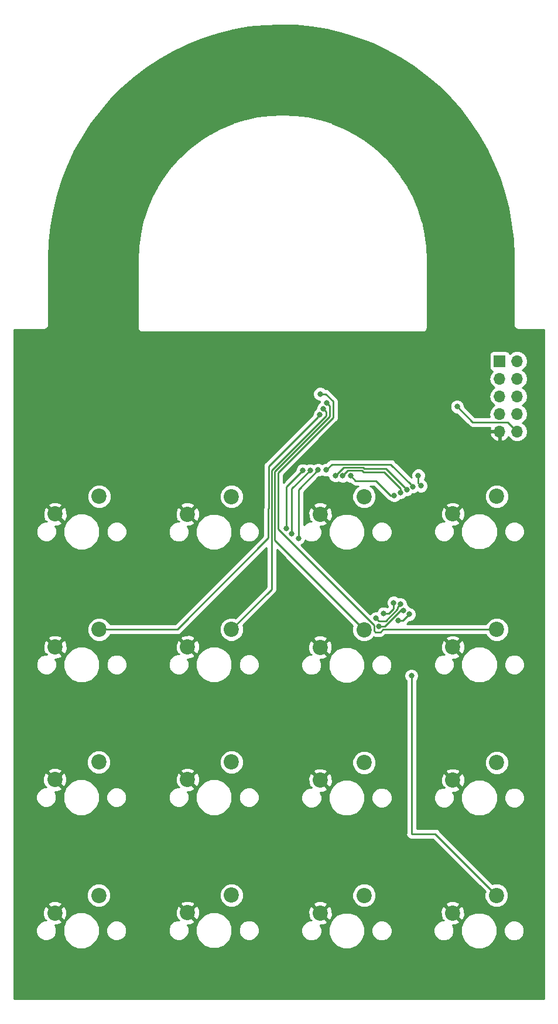
<source format=gbr>
G04 #@! TF.GenerationSoftware,KiCad,Pcbnew,5.0.2-bee76a0~70~ubuntu18.10.1*
G04 #@! TF.CreationDate,2019-05-27T16:03:46+10:00*
G04 #@! TF.ProjectId,keyboard,6b657962-6f61-4726-942e-6b696361645f,rev?*
G04 #@! TF.SameCoordinates,Original*
G04 #@! TF.FileFunction,Copper,L2,Bot*
G04 #@! TF.FilePolarity,Positive*
%FSLAX46Y46*%
G04 Gerber Fmt 4.6, Leading zero omitted, Abs format (unit mm)*
G04 Created by KiCad (PCBNEW 5.0.2-bee76a0~70~ubuntu18.10.1) date Mon 27 May 2019 16:03:46 AEST*
%MOMM*%
%LPD*%
G01*
G04 APERTURE LIST*
G04 #@! TA.AperFunction,ComponentPad*
%ADD10O,1.700000X1.700000*%
G04 #@! TD*
G04 #@! TA.AperFunction,ComponentPad*
%ADD11R,1.700000X1.700000*%
G04 #@! TD*
G04 #@! TA.AperFunction,ComponentPad*
%ADD12C,2.200000*%
G04 #@! TD*
G04 #@! TA.AperFunction,ViaPad*
%ADD13C,0.800000*%
G04 #@! TD*
G04 #@! TA.AperFunction,Conductor*
%ADD14C,0.250000*%
G04 #@! TD*
G04 #@! TA.AperFunction,Conductor*
%ADD15C,0.254000*%
G04 #@! TD*
G04 APERTURE END LIST*
D10*
G04 #@! TO.P,J1,10*
G04 #@! TO.N,SCL*
X110440000Y-104660000D03*
G04 #@! TO.P,J1,9*
G04 #@! TO.N,GND*
X107900000Y-104660000D03*
G04 #@! TO.P,J1,8*
G04 #@! TO.N,SDA*
X110440000Y-102120000D03*
G04 #@! TO.P,J1,7*
G04 #@! TO.N,VCC*
X107900000Y-102120000D03*
G04 #@! TO.P,J1,6*
G04 #@! TO.N,N/C*
X110440000Y-99580000D03*
G04 #@! TO.P,J1,5*
X107900000Y-99580000D03*
G04 #@! TO.P,J1,4*
X110440000Y-97040000D03*
G04 #@! TO.P,J1,3*
X107900000Y-97040000D03*
G04 #@! TO.P,J1,2*
X110440000Y-94500000D03*
D11*
G04 #@! TO.P,J1,1*
X107900000Y-94500000D03*
G04 #@! TD*
D12*
G04 #@! TO.P,SW1,2*
G04 #@! TO.N,GND*
X43630000Y-116570000D03*
G04 #@! TO.P,SW1,1*
G04 #@! TO.N,KEY1*
X49980000Y-114030000D03*
G04 #@! TD*
G04 #@! TO.P,SW2,1*
G04 #@! TO.N,KEY2*
X69120000Y-114050000D03*
G04 #@! TO.P,SW2,2*
G04 #@! TO.N,GND*
X62770000Y-116590000D03*
G04 #@! TD*
G04 #@! TO.P,SW3,2*
G04 #@! TO.N,GND*
X81970000Y-116590000D03*
G04 #@! TO.P,SW3,1*
G04 #@! TO.N,KEY3*
X88320000Y-114050000D03*
G04 #@! TD*
G04 #@! TO.P,SW4,1*
G04 #@! TO.N,KEY4*
X107490000Y-114020000D03*
G04 #@! TO.P,SW4,2*
G04 #@! TO.N,GND*
X101140000Y-116560000D03*
G04 #@! TD*
G04 #@! TO.P,SW5,2*
G04 #@! TO.N,GND*
X43630000Y-135760000D03*
G04 #@! TO.P,SW5,1*
G04 #@! TO.N,KEY5*
X49980000Y-133220000D03*
G04 #@! TD*
G04 #@! TO.P,SW6,2*
G04 #@! TO.N,GND*
X62780000Y-135750000D03*
G04 #@! TO.P,SW6,1*
G04 #@! TO.N,KEY6*
X69130000Y-133210000D03*
G04 #@! TD*
G04 #@! TO.P,SW7,1*
G04 #@! TO.N,KEY7*
X88310000Y-133270000D03*
G04 #@! TO.P,SW7,2*
G04 #@! TO.N,GND*
X81960000Y-135810000D03*
G04 #@! TD*
G04 #@! TO.P,SW8,2*
G04 #@! TO.N,GND*
X101140000Y-135770000D03*
G04 #@! TO.P,SW8,1*
G04 #@! TO.N,KEY8*
X107490000Y-133230000D03*
G04 #@! TD*
G04 #@! TO.P,SW9,1*
G04 #@! TO.N,KEY9*
X49940000Y-152380000D03*
G04 #@! TO.P,SW9,2*
G04 #@! TO.N,GND*
X43590000Y-154920000D03*
G04 #@! TD*
G04 #@! TO.P,SW10,2*
G04 #@! TO.N,GND*
X62780000Y-154920000D03*
G04 #@! TO.P,SW10,1*
G04 #@! TO.N,KEY10*
X69130000Y-152380000D03*
G04 #@! TD*
G04 #@! TO.P,SW11,1*
G04 #@! TO.N,KEY11*
X88320000Y-152440000D03*
G04 #@! TO.P,SW11,2*
G04 #@! TO.N,GND*
X81970000Y-154980000D03*
G04 #@! TD*
G04 #@! TO.P,SW12,2*
G04 #@! TO.N,GND*
X101140000Y-154980000D03*
G04 #@! TO.P,SW12,1*
G04 #@! TO.N,KEY12*
X107490000Y-152440000D03*
G04 #@! TD*
G04 #@! TO.P,SW13,2*
G04 #@! TO.N,GND*
X43590000Y-174150000D03*
G04 #@! TO.P,SW13,1*
G04 #@! TO.N,KEY13*
X49940000Y-171610000D03*
G04 #@! TD*
G04 #@! TO.P,SW14,1*
G04 #@! TO.N,KEY14*
X69130000Y-171580000D03*
G04 #@! TO.P,SW14,2*
G04 #@! TO.N,GND*
X62780000Y-174120000D03*
G04 #@! TD*
G04 #@! TO.P,SW15,1*
G04 #@! TO.N,KEY15*
X88320000Y-171630000D03*
G04 #@! TO.P,SW15,2*
G04 #@! TO.N,GND*
X81970000Y-174170000D03*
G04 #@! TD*
G04 #@! TO.P,SW16,1*
G04 #@! TO.N,KEY16*
X107450000Y-171620000D03*
G04 #@! TO.P,SW16,2*
G04 #@! TO.N,GND*
X101100000Y-174160000D03*
G04 #@! TD*
D13*
G04 #@! TO.N,GND*
X104350000Y-83600000D03*
X93700000Y-98400000D03*
X90850000Y-104250000D03*
G04 #@! TO.N,SCL*
X101770000Y-101062500D03*
G04 #@! TO.N,KEY9*
X79450000Y-110250000D03*
X77050000Y-118650000D03*
G04 #@! TO.N,KEY10*
X80500000Y-110250000D03*
X77850000Y-119400000D03*
G04 #@! TO.N,KEY11*
X81650000Y-110200000D03*
X78800000Y-120050000D03*
G04 #@! TO.N,KEY12*
X82800000Y-110200000D03*
X93211514Y-131936194D03*
X95375003Y-112605997D03*
X94839807Y-131033674D03*
G04 #@! TO.N,KEY5*
X81908008Y-102225886D03*
G04 #@! TO.N,KEY6*
X82410550Y-101361332D03*
G04 #@! TO.N,KEY7*
X82937034Y-100511134D03*
G04 #@! TO.N,KEY8*
X81937613Y-99225095D03*
G04 #@! TO.N,KEY13*
X84150000Y-111000000D03*
X90460004Y-132773036D03*
X94473469Y-113038734D03*
X94022188Y-130457893D03*
G04 #@! TO.N,KEY14*
X85200000Y-111050000D03*
X90050000Y-131600000D03*
X93571935Y-113471471D03*
X93552568Y-129575010D03*
G04 #@! TO.N,KEY15*
X86350000Y-111050000D03*
X91150000Y-130900000D03*
X92670401Y-113904208D03*
X92562149Y-129360399D03*
G04 #@! TO.N,KEY16*
X96150000Y-111000000D03*
X96500000Y-112500000D03*
X95150000Y-139900000D03*
G04 #@! TD*
D14*
G04 #@! TO.N,SCL*
X109075001Y-103295001D02*
X109590001Y-103810001D01*
X104002501Y-103295001D02*
X109075001Y-103295001D01*
X109590001Y-103810001D02*
X110440000Y-104660000D01*
X101770000Y-101062500D02*
X104002501Y-103295001D01*
G04 #@! TO.N,KEY9*
X79450000Y-110250000D02*
X79050001Y-110649999D01*
X79050001Y-110649999D02*
X77050000Y-112650000D01*
X77050000Y-112650000D02*
X77050000Y-118650000D01*
G04 #@! TO.N,KEY10*
X80500000Y-110250000D02*
X77850000Y-112900000D01*
X77850000Y-112900000D02*
X77850000Y-119400000D01*
G04 #@! TO.N,KEY11*
X81650000Y-110200000D02*
X78800000Y-113050000D01*
X78800000Y-113050000D02*
X78800000Y-120050000D01*
G04 #@! TO.N,KEY12*
X94439808Y-131433673D02*
X94839807Y-131033674D01*
X93211514Y-131936194D02*
X93937287Y-131936194D01*
X93937287Y-131936194D02*
X94439808Y-131433673D01*
X83625023Y-109374977D02*
X92143983Y-109374977D01*
X94975004Y-112205998D02*
X95375003Y-112605997D01*
X92143983Y-109374977D02*
X94975004Y-112205998D01*
X82800000Y-110200000D02*
X83625023Y-109374977D01*
G04 #@! TO.N,KEY5*
X49980000Y-133220000D02*
X61280000Y-133220000D01*
X61280000Y-133220000D02*
X74474965Y-120025035D01*
X74499967Y-115767796D02*
X74499967Y-109633927D01*
X74474965Y-120025035D02*
X74474965Y-115792798D01*
X74499967Y-109633927D02*
X81508009Y-102625885D01*
X74474965Y-115792798D02*
X74499967Y-115767796D01*
X81508009Y-102625885D02*
X81908008Y-102225886D01*
G04 #@! TO.N,KEY6*
X74949978Y-110227200D02*
X82810549Y-102366629D01*
X82810549Y-102366629D02*
X82810549Y-101761331D01*
X74924976Y-115979198D02*
X74949978Y-115954196D01*
X74949978Y-115954196D02*
X74949978Y-110227200D01*
X69130000Y-133210000D02*
X74924976Y-127415024D01*
X82810549Y-101761331D02*
X82410550Y-101361332D01*
X74924976Y-127415024D02*
X74924976Y-115979198D01*
G04 #@! TO.N,KEY7*
X75399989Y-116140596D02*
X75399989Y-110413600D01*
X83337033Y-100911133D02*
X82937034Y-100511134D01*
X75399989Y-117259404D02*
X75374987Y-117234402D01*
X83337033Y-102476556D02*
X83337033Y-100911133D01*
X75399989Y-120359989D02*
X75399989Y-117259404D01*
X75374987Y-117234402D02*
X75374987Y-116165598D01*
X75399989Y-110413600D02*
X83337033Y-102476556D01*
X75374987Y-116165598D02*
X75399989Y-116140596D01*
X88310000Y-133270000D02*
X75399989Y-120359989D01*
G04 #@! TO.N,KEY8*
X81937613Y-99225095D02*
X82723997Y-99225095D01*
X105934366Y-133230000D02*
X107490000Y-133230000D01*
X83800000Y-100301098D02*
X83800000Y-102650000D01*
X82723997Y-99225095D02*
X83800000Y-100301098D01*
X75850000Y-118700998D02*
X89735001Y-132585999D01*
X90653020Y-133605339D02*
X91028359Y-133230000D01*
X75850000Y-110600000D02*
X75850000Y-118700998D01*
X89735001Y-132585999D02*
X89735001Y-133383324D01*
X89957016Y-133605339D02*
X90653020Y-133605339D01*
X91028359Y-133230000D02*
X105934366Y-133230000D01*
X83800000Y-102650000D02*
X75850000Y-110600000D01*
X89735001Y-133383324D02*
X89957016Y-133605339D01*
G04 #@! TO.N,KEY13*
X90460004Y-132773036D02*
X91299785Y-132773036D01*
X93796751Y-130276070D02*
X93919936Y-130276070D01*
X91299785Y-132773036D02*
X93796751Y-130276070D01*
X91434735Y-110000000D02*
X94073470Y-112638735D01*
X84150000Y-111000000D02*
X85325012Y-109824988D01*
X88134401Y-109824988D02*
X88309413Y-110000000D01*
X85325012Y-109824988D02*
X88134401Y-109824988D01*
X94073470Y-112638735D02*
X94473469Y-113038734D01*
X88309413Y-110000000D02*
X91434735Y-110000000D01*
G04 #@! TO.N,KEY14*
X93571935Y-129479212D02*
X93552568Y-129498579D01*
X93152569Y-129975009D02*
X93552568Y-129575010D01*
X91436411Y-131999999D02*
X93152569Y-130283841D01*
X90050000Y-131600000D02*
X90449999Y-131999999D01*
X93152569Y-130283841D02*
X93152569Y-129975009D01*
X90449999Y-131999999D02*
X91436411Y-131999999D01*
X93552568Y-129498579D02*
X93552568Y-129575010D01*
X87948001Y-110274999D02*
X88222991Y-110549989D01*
X91216138Y-110549989D02*
X93571935Y-112905786D01*
X85975001Y-110274999D02*
X87948001Y-110274999D01*
X88222991Y-110549989D02*
X91216138Y-110549989D01*
X93571935Y-112905786D02*
X93571935Y-113471471D01*
X85200000Y-111050000D02*
X85975001Y-110274999D01*
G04 #@! TO.N,KEY15*
X92562149Y-129487851D02*
X92562149Y-129360399D01*
X92670401Y-129252147D02*
X92562149Y-129360399D01*
X91150000Y-130900000D02*
X91900000Y-130900000D01*
X92562149Y-130237851D02*
X92562149Y-129360399D01*
X91900000Y-130900000D02*
X92562149Y-130237851D01*
X89975509Y-111775001D02*
X92104716Y-113904208D01*
X86350000Y-111050000D02*
X87075001Y-111775001D01*
X87075001Y-111775001D02*
X89975509Y-111775001D01*
X92104716Y-113904208D02*
X92670401Y-113904208D01*
G04 #@! TO.N,KEY16*
X96150000Y-111000000D02*
X96150000Y-112150000D01*
X96150000Y-112150000D02*
X96500000Y-112500000D01*
X95150000Y-139900000D02*
X95150000Y-162750000D01*
X98580000Y-162750000D02*
X107450000Y-171620000D01*
X95150000Y-162750000D02*
X98580000Y-162750000D01*
G04 #@! TD*
D15*
G04 #@! TO.N,GND*
G36*
X78409263Y-46026549D02*
X80684485Y-46247631D01*
X82939409Y-46622954D01*
X85163567Y-47150773D01*
X87346683Y-47828648D01*
X89478652Y-48653444D01*
X91549564Y-49621327D01*
X93549853Y-50727825D01*
X95470266Y-51967820D01*
X97301885Y-53335555D01*
X99036232Y-54824698D01*
X100665271Y-56428347D01*
X102181482Y-58139101D01*
X103577816Y-59949007D01*
X104847821Y-61849706D01*
X105985594Y-63832358D01*
X106985896Y-65887828D01*
X107844071Y-68006561D01*
X108556152Y-70178756D01*
X109118847Y-72394372D01*
X109529538Y-74643103D01*
X109786332Y-76914580D01*
X109888492Y-79208484D01*
X109890000Y-79496432D01*
X109890001Y-89130069D01*
X109876091Y-89200000D01*
X109931195Y-89477028D01*
X110088119Y-89711881D01*
X110322972Y-89868805D01*
X110530074Y-89910000D01*
X110530075Y-89910000D01*
X110600000Y-89923909D01*
X110669926Y-89910000D01*
X114340001Y-89910000D01*
X114340000Y-186540000D01*
X37710000Y-186540000D01*
X37710000Y-176394615D01*
X40835000Y-176394615D01*
X40835000Y-176985385D01*
X41061078Y-177531185D01*
X41478815Y-177948922D01*
X42024615Y-178175000D01*
X42615385Y-178175000D01*
X43161185Y-177948922D01*
X43578922Y-177531185D01*
X43805000Y-176985385D01*
X43805000Y-176394615D01*
X43710249Y-176165866D01*
X44765000Y-176165866D01*
X44765000Y-177214134D01*
X45166155Y-178182608D01*
X45907392Y-178923845D01*
X46875866Y-179325000D01*
X47924134Y-179325000D01*
X48892608Y-178923845D01*
X49633845Y-178182608D01*
X50035000Y-177214134D01*
X50035000Y-176394615D01*
X50995000Y-176394615D01*
X50995000Y-176985385D01*
X51221078Y-177531185D01*
X51638815Y-177948922D01*
X52184615Y-178175000D01*
X52775385Y-178175000D01*
X53321185Y-177948922D01*
X53738922Y-177531185D01*
X53965000Y-176985385D01*
X53965000Y-176394615D01*
X53952574Y-176364615D01*
X60025000Y-176364615D01*
X60025000Y-176955385D01*
X60251078Y-177501185D01*
X60668815Y-177918922D01*
X61214615Y-178145000D01*
X61805385Y-178145000D01*
X62351185Y-177918922D01*
X62768922Y-177501185D01*
X62995000Y-176955385D01*
X62995000Y-176364615D01*
X62900249Y-176135866D01*
X63955000Y-176135866D01*
X63955000Y-177184134D01*
X64356155Y-178152608D01*
X65097392Y-178893845D01*
X66065866Y-179295000D01*
X67114134Y-179295000D01*
X68082608Y-178893845D01*
X68823845Y-178152608D01*
X69225000Y-177184134D01*
X69225000Y-176364615D01*
X70185000Y-176364615D01*
X70185000Y-176955385D01*
X70411078Y-177501185D01*
X70828815Y-177918922D01*
X71374615Y-178145000D01*
X71965385Y-178145000D01*
X72511185Y-177918922D01*
X72928922Y-177501185D01*
X73155000Y-176955385D01*
X73155000Y-176414615D01*
X79215000Y-176414615D01*
X79215000Y-177005385D01*
X79441078Y-177551185D01*
X79858815Y-177968922D01*
X80404615Y-178195000D01*
X80995385Y-178195000D01*
X81541185Y-177968922D01*
X81958922Y-177551185D01*
X82185000Y-177005385D01*
X82185000Y-176414615D01*
X82090249Y-176185866D01*
X83145000Y-176185866D01*
X83145000Y-177234134D01*
X83546155Y-178202608D01*
X84287392Y-178943845D01*
X85255866Y-179345000D01*
X86304134Y-179345000D01*
X87272608Y-178943845D01*
X88013845Y-178202608D01*
X88415000Y-177234134D01*
X88415000Y-176414615D01*
X89375000Y-176414615D01*
X89375000Y-177005385D01*
X89601078Y-177551185D01*
X90018815Y-177968922D01*
X90564615Y-178195000D01*
X91155385Y-178195000D01*
X91701185Y-177968922D01*
X92118922Y-177551185D01*
X92345000Y-177005385D01*
X92345000Y-176414615D01*
X92340858Y-176404615D01*
X98345000Y-176404615D01*
X98345000Y-176995385D01*
X98571078Y-177541185D01*
X98988815Y-177958922D01*
X99534615Y-178185000D01*
X100125385Y-178185000D01*
X100671185Y-177958922D01*
X101088922Y-177541185D01*
X101315000Y-176995385D01*
X101315000Y-176404615D01*
X101220249Y-176175866D01*
X102275000Y-176175866D01*
X102275000Y-177224134D01*
X102676155Y-178192608D01*
X103417392Y-178933845D01*
X104385866Y-179335000D01*
X105434134Y-179335000D01*
X106402608Y-178933845D01*
X107143845Y-178192608D01*
X107545000Y-177224134D01*
X107545000Y-176404615D01*
X108505000Y-176404615D01*
X108505000Y-176995385D01*
X108731078Y-177541185D01*
X109148815Y-177958922D01*
X109694615Y-178185000D01*
X110285385Y-178185000D01*
X110831185Y-177958922D01*
X111248922Y-177541185D01*
X111475000Y-176995385D01*
X111475000Y-176404615D01*
X111248922Y-175858815D01*
X110831185Y-175441078D01*
X110285385Y-175215000D01*
X109694615Y-175215000D01*
X109148815Y-175441078D01*
X108731078Y-175858815D01*
X108505000Y-176404615D01*
X107545000Y-176404615D01*
X107545000Y-176175866D01*
X107143845Y-175207392D01*
X106402608Y-174466155D01*
X105434134Y-174065000D01*
X104385866Y-174065000D01*
X103417392Y-174466155D01*
X102676155Y-175207392D01*
X102275000Y-176175866D01*
X101220249Y-176175866D01*
X101104235Y-175895784D01*
X101501453Y-175882836D01*
X102034359Y-175662099D01*
X102145263Y-175384868D01*
X101100000Y-174339605D01*
X101085858Y-174353748D01*
X100906253Y-174174143D01*
X100920395Y-174160000D01*
X101279605Y-174160000D01*
X102324868Y-175205263D01*
X102602099Y-175094359D01*
X102845323Y-174448407D01*
X102822836Y-173758547D01*
X102602099Y-173225641D01*
X102324868Y-173114737D01*
X101279605Y-174160000D01*
X100920395Y-174160000D01*
X99875132Y-173114737D01*
X99597901Y-173225641D01*
X99354677Y-173871593D01*
X99377164Y-174561453D01*
X99597901Y-175094359D01*
X99875130Y-175205262D01*
X99865392Y-175215000D01*
X99534615Y-175215000D01*
X98988815Y-175441078D01*
X98571078Y-175858815D01*
X98345000Y-176404615D01*
X92340858Y-176404615D01*
X92118922Y-175868815D01*
X91701185Y-175451078D01*
X91155385Y-175225000D01*
X90564615Y-175225000D01*
X90018815Y-175451078D01*
X89601078Y-175868815D01*
X89375000Y-176414615D01*
X88415000Y-176414615D01*
X88415000Y-176185866D01*
X88013845Y-175217392D01*
X87272608Y-174476155D01*
X86304134Y-174075000D01*
X85255866Y-174075000D01*
X84287392Y-174476155D01*
X83546155Y-175217392D01*
X83145000Y-176185866D01*
X82090249Y-176185866D01*
X81974235Y-175905784D01*
X82371453Y-175892836D01*
X82904359Y-175672099D01*
X83015263Y-175394868D01*
X81970000Y-174349605D01*
X81955858Y-174363748D01*
X81776253Y-174184143D01*
X81790395Y-174170000D01*
X82149605Y-174170000D01*
X83194868Y-175215263D01*
X83472099Y-175104359D01*
X83715323Y-174458407D01*
X83692836Y-173768547D01*
X83472099Y-173235641D01*
X83194868Y-173124737D01*
X82149605Y-174170000D01*
X81790395Y-174170000D01*
X80745132Y-173124737D01*
X80467901Y-173235641D01*
X80224677Y-173881593D01*
X80247164Y-174571453D01*
X80467901Y-175104359D01*
X80745130Y-175215262D01*
X80735392Y-175225000D01*
X80404615Y-175225000D01*
X79858815Y-175451078D01*
X79441078Y-175868815D01*
X79215000Y-176414615D01*
X73155000Y-176414615D01*
X73155000Y-176364615D01*
X72928922Y-175818815D01*
X72511185Y-175401078D01*
X71965385Y-175175000D01*
X71374615Y-175175000D01*
X70828815Y-175401078D01*
X70411078Y-175818815D01*
X70185000Y-176364615D01*
X69225000Y-176364615D01*
X69225000Y-176135866D01*
X68823845Y-175167392D01*
X68082608Y-174426155D01*
X67114134Y-174025000D01*
X66065866Y-174025000D01*
X65097392Y-174426155D01*
X64356155Y-175167392D01*
X63955000Y-176135866D01*
X62900249Y-176135866D01*
X62784235Y-175855784D01*
X63181453Y-175842836D01*
X63714359Y-175622099D01*
X63825263Y-175344868D01*
X62780000Y-174299605D01*
X62765858Y-174313748D01*
X62586253Y-174134143D01*
X62600395Y-174120000D01*
X62959605Y-174120000D01*
X64004868Y-175165263D01*
X64282099Y-175054359D01*
X64525323Y-174408407D01*
X64502836Y-173718547D01*
X64282099Y-173185641D01*
X64004868Y-173074737D01*
X62959605Y-174120000D01*
X62600395Y-174120000D01*
X61555132Y-173074737D01*
X61277901Y-173185641D01*
X61034677Y-173831593D01*
X61057164Y-174521453D01*
X61277901Y-175054359D01*
X61555130Y-175165262D01*
X61545392Y-175175000D01*
X61214615Y-175175000D01*
X60668815Y-175401078D01*
X60251078Y-175818815D01*
X60025000Y-176364615D01*
X53952574Y-176364615D01*
X53738922Y-175848815D01*
X53321185Y-175431078D01*
X52775385Y-175205000D01*
X52184615Y-175205000D01*
X51638815Y-175431078D01*
X51221078Y-175848815D01*
X50995000Y-176394615D01*
X50035000Y-176394615D01*
X50035000Y-176165866D01*
X49633845Y-175197392D01*
X48892608Y-174456155D01*
X47924134Y-174055000D01*
X46875866Y-174055000D01*
X45907392Y-174456155D01*
X45166155Y-175197392D01*
X44765000Y-176165866D01*
X43710249Y-176165866D01*
X43594235Y-175885784D01*
X43991453Y-175872836D01*
X44524359Y-175652099D01*
X44635263Y-175374868D01*
X43590000Y-174329605D01*
X43575858Y-174343748D01*
X43396253Y-174164143D01*
X43410395Y-174150000D01*
X43769605Y-174150000D01*
X44814868Y-175195263D01*
X45092099Y-175084359D01*
X45335323Y-174438407D01*
X45312836Y-173748547D01*
X45092099Y-173215641D01*
X44814868Y-173104737D01*
X43769605Y-174150000D01*
X43410395Y-174150000D01*
X42365132Y-173104737D01*
X42087901Y-173215641D01*
X41844677Y-173861593D01*
X41867164Y-174551453D01*
X42087901Y-175084359D01*
X42365130Y-175195262D01*
X42355392Y-175205000D01*
X42024615Y-175205000D01*
X41478815Y-175431078D01*
X41061078Y-175848815D01*
X40835000Y-176394615D01*
X37710000Y-176394615D01*
X37710000Y-172925132D01*
X42544737Y-172925132D01*
X43590000Y-173970395D01*
X44635263Y-172925132D01*
X44524359Y-172647901D01*
X43878407Y-172404677D01*
X43188547Y-172427164D01*
X42655641Y-172647901D01*
X42544737Y-172925132D01*
X37710000Y-172925132D01*
X37710000Y-171264887D01*
X48205000Y-171264887D01*
X48205000Y-171955113D01*
X48469138Y-172592799D01*
X48957201Y-173080862D01*
X49594887Y-173345000D01*
X50285113Y-173345000D01*
X50922799Y-173080862D01*
X51108529Y-172895132D01*
X61734737Y-172895132D01*
X62780000Y-173940395D01*
X63825263Y-172895132D01*
X63714359Y-172617901D01*
X63068407Y-172374677D01*
X62378547Y-172397164D01*
X61845641Y-172617901D01*
X61734737Y-172895132D01*
X51108529Y-172895132D01*
X51410862Y-172592799D01*
X51675000Y-171955113D01*
X51675000Y-171264887D01*
X51662574Y-171234887D01*
X67395000Y-171234887D01*
X67395000Y-171925113D01*
X67659138Y-172562799D01*
X68147201Y-173050862D01*
X68784887Y-173315000D01*
X69475113Y-173315000D01*
X70112799Y-173050862D01*
X70218529Y-172945132D01*
X80924737Y-172945132D01*
X81970000Y-173990395D01*
X83015263Y-172945132D01*
X82904359Y-172667901D01*
X82258407Y-172424677D01*
X81568547Y-172447164D01*
X81035641Y-172667901D01*
X80924737Y-172945132D01*
X70218529Y-172945132D01*
X70600862Y-172562799D01*
X70865000Y-171925113D01*
X70865000Y-171284887D01*
X86585000Y-171284887D01*
X86585000Y-171975113D01*
X86849138Y-172612799D01*
X87337201Y-173100862D01*
X87974887Y-173365000D01*
X88665113Y-173365000D01*
X89302799Y-173100862D01*
X89468529Y-172935132D01*
X100054737Y-172935132D01*
X101100000Y-173980395D01*
X102145263Y-172935132D01*
X102034359Y-172657901D01*
X101388407Y-172414677D01*
X100698547Y-172437164D01*
X100165641Y-172657901D01*
X100054737Y-172935132D01*
X89468529Y-172935132D01*
X89790862Y-172612799D01*
X90055000Y-171975113D01*
X90055000Y-171284887D01*
X89790862Y-170647201D01*
X89302799Y-170159138D01*
X88665113Y-169895000D01*
X87974887Y-169895000D01*
X87337201Y-170159138D01*
X86849138Y-170647201D01*
X86585000Y-171284887D01*
X70865000Y-171284887D01*
X70865000Y-171234887D01*
X70600862Y-170597201D01*
X70112799Y-170109138D01*
X69475113Y-169845000D01*
X68784887Y-169845000D01*
X68147201Y-170109138D01*
X67659138Y-170597201D01*
X67395000Y-171234887D01*
X51662574Y-171234887D01*
X51410862Y-170627201D01*
X50922799Y-170139138D01*
X50285113Y-169875000D01*
X49594887Y-169875000D01*
X48957201Y-170139138D01*
X48469138Y-170627201D01*
X48205000Y-171264887D01*
X37710000Y-171264887D01*
X37710000Y-157164615D01*
X40835000Y-157164615D01*
X40835000Y-157755385D01*
X41061078Y-158301185D01*
X41478815Y-158718922D01*
X42024615Y-158945000D01*
X42615385Y-158945000D01*
X43161185Y-158718922D01*
X43578922Y-158301185D01*
X43805000Y-157755385D01*
X43805000Y-157164615D01*
X43710249Y-156935866D01*
X44765000Y-156935866D01*
X44765000Y-157984134D01*
X45166155Y-158952608D01*
X45907392Y-159693845D01*
X46875866Y-160095000D01*
X47924134Y-160095000D01*
X48892608Y-159693845D01*
X49633845Y-158952608D01*
X50035000Y-157984134D01*
X50035000Y-157164615D01*
X50995000Y-157164615D01*
X50995000Y-157755385D01*
X51221078Y-158301185D01*
X51638815Y-158718922D01*
X52184615Y-158945000D01*
X52775385Y-158945000D01*
X53321185Y-158718922D01*
X53738922Y-158301185D01*
X53965000Y-157755385D01*
X53965000Y-157164615D01*
X60025000Y-157164615D01*
X60025000Y-157755385D01*
X60251078Y-158301185D01*
X60668815Y-158718922D01*
X61214615Y-158945000D01*
X61805385Y-158945000D01*
X62351185Y-158718922D01*
X62768922Y-158301185D01*
X62995000Y-157755385D01*
X62995000Y-157164615D01*
X62900249Y-156935866D01*
X63955000Y-156935866D01*
X63955000Y-157984134D01*
X64356155Y-158952608D01*
X65097392Y-159693845D01*
X66065866Y-160095000D01*
X67114134Y-160095000D01*
X68082608Y-159693845D01*
X68823845Y-158952608D01*
X69225000Y-157984134D01*
X69225000Y-157164615D01*
X70185000Y-157164615D01*
X70185000Y-157755385D01*
X70411078Y-158301185D01*
X70828815Y-158718922D01*
X71374615Y-158945000D01*
X71965385Y-158945000D01*
X72511185Y-158718922D01*
X72928922Y-158301185D01*
X73155000Y-157755385D01*
X73155000Y-157224615D01*
X79215000Y-157224615D01*
X79215000Y-157815385D01*
X79441078Y-158361185D01*
X79858815Y-158778922D01*
X80404615Y-159005000D01*
X80995385Y-159005000D01*
X81541185Y-158778922D01*
X81958922Y-158361185D01*
X82185000Y-157815385D01*
X82185000Y-157224615D01*
X82090249Y-156995866D01*
X83145000Y-156995866D01*
X83145000Y-158044134D01*
X83546155Y-159012608D01*
X84287392Y-159753845D01*
X85255866Y-160155000D01*
X86304134Y-160155000D01*
X87272608Y-159753845D01*
X88013845Y-159012608D01*
X88415000Y-158044134D01*
X88415000Y-157224615D01*
X89375000Y-157224615D01*
X89375000Y-157815385D01*
X89601078Y-158361185D01*
X90018815Y-158778922D01*
X90564615Y-159005000D01*
X91155385Y-159005000D01*
X91701185Y-158778922D01*
X92118922Y-158361185D01*
X92345000Y-157815385D01*
X92345000Y-157224615D01*
X92118922Y-156678815D01*
X91701185Y-156261078D01*
X91155385Y-156035000D01*
X90564615Y-156035000D01*
X90018815Y-156261078D01*
X89601078Y-156678815D01*
X89375000Y-157224615D01*
X88415000Y-157224615D01*
X88415000Y-156995866D01*
X88013845Y-156027392D01*
X87272608Y-155286155D01*
X86304134Y-154885000D01*
X85255866Y-154885000D01*
X84287392Y-155286155D01*
X83546155Y-156027392D01*
X83145000Y-156995866D01*
X82090249Y-156995866D01*
X81974235Y-156715784D01*
X82371453Y-156702836D01*
X82904359Y-156482099D01*
X83015263Y-156204868D01*
X81970000Y-155159605D01*
X81955858Y-155173748D01*
X81776253Y-154994143D01*
X81790395Y-154980000D01*
X82149605Y-154980000D01*
X83194868Y-156025263D01*
X83472099Y-155914359D01*
X83715323Y-155268407D01*
X83692836Y-154578547D01*
X83472099Y-154045641D01*
X83194868Y-153934737D01*
X82149605Y-154980000D01*
X81790395Y-154980000D01*
X80745132Y-153934737D01*
X80467901Y-154045641D01*
X80224677Y-154691593D01*
X80247164Y-155381453D01*
X80467901Y-155914359D01*
X80745130Y-156025262D01*
X80735392Y-156035000D01*
X80404615Y-156035000D01*
X79858815Y-156261078D01*
X79441078Y-156678815D01*
X79215000Y-157224615D01*
X73155000Y-157224615D01*
X73155000Y-157164615D01*
X72928922Y-156618815D01*
X72511185Y-156201078D01*
X71965385Y-155975000D01*
X71374615Y-155975000D01*
X70828815Y-156201078D01*
X70411078Y-156618815D01*
X70185000Y-157164615D01*
X69225000Y-157164615D01*
X69225000Y-156935866D01*
X68823845Y-155967392D01*
X68082608Y-155226155D01*
X67114134Y-154825000D01*
X66065866Y-154825000D01*
X65097392Y-155226155D01*
X64356155Y-155967392D01*
X63955000Y-156935866D01*
X62900249Y-156935866D01*
X62784235Y-156655784D01*
X63181453Y-156642836D01*
X63714359Y-156422099D01*
X63825263Y-156144868D01*
X62780000Y-155099605D01*
X62765858Y-155113748D01*
X62586253Y-154934143D01*
X62600395Y-154920000D01*
X62959605Y-154920000D01*
X64004868Y-155965263D01*
X64282099Y-155854359D01*
X64525323Y-155208407D01*
X64502836Y-154518547D01*
X64282099Y-153985641D01*
X64004868Y-153874737D01*
X62959605Y-154920000D01*
X62600395Y-154920000D01*
X61555132Y-153874737D01*
X61277901Y-153985641D01*
X61034677Y-154631593D01*
X61057164Y-155321453D01*
X61277901Y-155854359D01*
X61555130Y-155965262D01*
X61545392Y-155975000D01*
X61214615Y-155975000D01*
X60668815Y-156201078D01*
X60251078Y-156618815D01*
X60025000Y-157164615D01*
X53965000Y-157164615D01*
X53738922Y-156618815D01*
X53321185Y-156201078D01*
X52775385Y-155975000D01*
X52184615Y-155975000D01*
X51638815Y-156201078D01*
X51221078Y-156618815D01*
X50995000Y-157164615D01*
X50035000Y-157164615D01*
X50035000Y-156935866D01*
X49633845Y-155967392D01*
X48892608Y-155226155D01*
X47924134Y-154825000D01*
X46875866Y-154825000D01*
X45907392Y-155226155D01*
X45166155Y-155967392D01*
X44765000Y-156935866D01*
X43710249Y-156935866D01*
X43594235Y-156655784D01*
X43991453Y-156642836D01*
X44524359Y-156422099D01*
X44635263Y-156144868D01*
X43590000Y-155099605D01*
X43575858Y-155113748D01*
X43396253Y-154934143D01*
X43410395Y-154920000D01*
X43769605Y-154920000D01*
X44814868Y-155965263D01*
X45092099Y-155854359D01*
X45335323Y-155208407D01*
X45312836Y-154518547D01*
X45092099Y-153985641D01*
X44814868Y-153874737D01*
X43769605Y-154920000D01*
X43410395Y-154920000D01*
X42365132Y-153874737D01*
X42087901Y-153985641D01*
X41844677Y-154631593D01*
X41867164Y-155321453D01*
X42087901Y-155854359D01*
X42365130Y-155965262D01*
X42355392Y-155975000D01*
X42024615Y-155975000D01*
X41478815Y-156201078D01*
X41061078Y-156618815D01*
X40835000Y-157164615D01*
X37710000Y-157164615D01*
X37710000Y-153695132D01*
X42544737Y-153695132D01*
X43590000Y-154740395D01*
X44635263Y-153695132D01*
X44524359Y-153417901D01*
X43878407Y-153174677D01*
X43188547Y-153197164D01*
X42655641Y-153417901D01*
X42544737Y-153695132D01*
X37710000Y-153695132D01*
X37710000Y-152034887D01*
X48205000Y-152034887D01*
X48205000Y-152725113D01*
X48469138Y-153362799D01*
X48957201Y-153850862D01*
X49594887Y-154115000D01*
X50285113Y-154115000D01*
X50922799Y-153850862D01*
X51078529Y-153695132D01*
X61734737Y-153695132D01*
X62780000Y-154740395D01*
X63825263Y-153695132D01*
X63714359Y-153417901D01*
X63068407Y-153174677D01*
X62378547Y-153197164D01*
X61845641Y-153417901D01*
X61734737Y-153695132D01*
X51078529Y-153695132D01*
X51410862Y-153362799D01*
X51675000Y-152725113D01*
X51675000Y-152034887D01*
X67395000Y-152034887D01*
X67395000Y-152725113D01*
X67659138Y-153362799D01*
X68147201Y-153850862D01*
X68784887Y-154115000D01*
X69475113Y-154115000D01*
X70112799Y-153850862D01*
X70208529Y-153755132D01*
X80924737Y-153755132D01*
X81970000Y-154800395D01*
X83015263Y-153755132D01*
X82904359Y-153477901D01*
X82258407Y-153234677D01*
X81568547Y-153257164D01*
X81035641Y-153477901D01*
X80924737Y-153755132D01*
X70208529Y-153755132D01*
X70600862Y-153362799D01*
X70865000Y-152725113D01*
X70865000Y-152094887D01*
X86585000Y-152094887D01*
X86585000Y-152785113D01*
X86849138Y-153422799D01*
X87337201Y-153910862D01*
X87974887Y-154175000D01*
X88665113Y-154175000D01*
X89302799Y-153910862D01*
X89790862Y-153422799D01*
X90055000Y-152785113D01*
X90055000Y-152094887D01*
X89790862Y-151457201D01*
X89302799Y-150969138D01*
X88665113Y-150705000D01*
X87974887Y-150705000D01*
X87337201Y-150969138D01*
X86849138Y-151457201D01*
X86585000Y-152094887D01*
X70865000Y-152094887D01*
X70865000Y-152034887D01*
X70600862Y-151397201D01*
X70112799Y-150909138D01*
X69475113Y-150645000D01*
X68784887Y-150645000D01*
X68147201Y-150909138D01*
X67659138Y-151397201D01*
X67395000Y-152034887D01*
X51675000Y-152034887D01*
X51410862Y-151397201D01*
X50922799Y-150909138D01*
X50285113Y-150645000D01*
X49594887Y-150645000D01*
X48957201Y-150909138D01*
X48469138Y-151397201D01*
X48205000Y-152034887D01*
X37710000Y-152034887D01*
X37710000Y-138004615D01*
X40875000Y-138004615D01*
X40875000Y-138595385D01*
X41101078Y-139141185D01*
X41518815Y-139558922D01*
X42064615Y-139785000D01*
X42655385Y-139785000D01*
X43201185Y-139558922D01*
X43618922Y-139141185D01*
X43845000Y-138595385D01*
X43845000Y-138004615D01*
X43750249Y-137775866D01*
X44805000Y-137775866D01*
X44805000Y-138824134D01*
X45206155Y-139792608D01*
X45947392Y-140533845D01*
X46915866Y-140935000D01*
X47964134Y-140935000D01*
X48932608Y-140533845D01*
X49673845Y-139792608D01*
X50075000Y-138824134D01*
X50075000Y-138004615D01*
X51035000Y-138004615D01*
X51035000Y-138595385D01*
X51261078Y-139141185D01*
X51678815Y-139558922D01*
X52224615Y-139785000D01*
X52815385Y-139785000D01*
X53361185Y-139558922D01*
X53778922Y-139141185D01*
X54005000Y-138595385D01*
X54005000Y-138004615D01*
X54000858Y-137994615D01*
X60025000Y-137994615D01*
X60025000Y-138585385D01*
X60251078Y-139131185D01*
X60668815Y-139548922D01*
X61214615Y-139775000D01*
X61805385Y-139775000D01*
X62351185Y-139548922D01*
X62768922Y-139131185D01*
X62995000Y-138585385D01*
X62995000Y-137994615D01*
X62900249Y-137765866D01*
X63955000Y-137765866D01*
X63955000Y-138814134D01*
X64356155Y-139782608D01*
X65097392Y-140523845D01*
X66065866Y-140925000D01*
X67114134Y-140925000D01*
X68082608Y-140523845D01*
X68823845Y-139782608D01*
X69225000Y-138814134D01*
X69225000Y-137994615D01*
X70185000Y-137994615D01*
X70185000Y-138585385D01*
X70411078Y-139131185D01*
X70828815Y-139548922D01*
X71374615Y-139775000D01*
X71965385Y-139775000D01*
X72511185Y-139548922D01*
X72928922Y-139131185D01*
X73155000Y-138585385D01*
X73155000Y-138054615D01*
X79205000Y-138054615D01*
X79205000Y-138645385D01*
X79431078Y-139191185D01*
X79848815Y-139608922D01*
X80394615Y-139835000D01*
X80985385Y-139835000D01*
X81531185Y-139608922D01*
X81948922Y-139191185D01*
X82175000Y-138645385D01*
X82175000Y-138054615D01*
X82080249Y-137825866D01*
X83135000Y-137825866D01*
X83135000Y-138874134D01*
X83536155Y-139842608D01*
X84277392Y-140583845D01*
X85245866Y-140985000D01*
X86294134Y-140985000D01*
X87262608Y-140583845D01*
X88003845Y-139842608D01*
X88405000Y-138874134D01*
X88405000Y-138054615D01*
X89365000Y-138054615D01*
X89365000Y-138645385D01*
X89591078Y-139191185D01*
X90008815Y-139608922D01*
X90554615Y-139835000D01*
X91145385Y-139835000D01*
X91485484Y-139694126D01*
X94115000Y-139694126D01*
X94115000Y-140105874D01*
X94272569Y-140486280D01*
X94390000Y-140603711D01*
X94390001Y-162675143D01*
X94375111Y-162750000D01*
X94434096Y-163046537D01*
X94602071Y-163297929D01*
X94853463Y-163465904D01*
X95075148Y-163510000D01*
X95150000Y-163524889D01*
X95224852Y-163510000D01*
X98265199Y-163510000D01*
X105807286Y-171052089D01*
X105715000Y-171274887D01*
X105715000Y-171965113D01*
X105979138Y-172602799D01*
X106467201Y-173090862D01*
X107104887Y-173355000D01*
X107795113Y-173355000D01*
X108432799Y-173090862D01*
X108920862Y-172602799D01*
X109185000Y-171965113D01*
X109185000Y-171274887D01*
X108920862Y-170637201D01*
X108432799Y-170149138D01*
X107795113Y-169885000D01*
X107104887Y-169885000D01*
X106882089Y-169977286D01*
X99170331Y-162265530D01*
X99127929Y-162202071D01*
X98876537Y-162034096D01*
X98654852Y-161990000D01*
X98654847Y-161990000D01*
X98580000Y-161975112D01*
X98505153Y-161990000D01*
X95910000Y-161990000D01*
X95910000Y-157224615D01*
X98385000Y-157224615D01*
X98385000Y-157815385D01*
X98611078Y-158361185D01*
X99028815Y-158778922D01*
X99574615Y-159005000D01*
X100165385Y-159005000D01*
X100711185Y-158778922D01*
X101128922Y-158361185D01*
X101355000Y-157815385D01*
X101355000Y-157224615D01*
X101260249Y-156995866D01*
X102315000Y-156995866D01*
X102315000Y-158044134D01*
X102716155Y-159012608D01*
X103457392Y-159753845D01*
X104425866Y-160155000D01*
X105474134Y-160155000D01*
X106442608Y-159753845D01*
X107183845Y-159012608D01*
X107585000Y-158044134D01*
X107585000Y-157224615D01*
X108545000Y-157224615D01*
X108545000Y-157815385D01*
X108771078Y-158361185D01*
X109188815Y-158778922D01*
X109734615Y-159005000D01*
X110325385Y-159005000D01*
X110871185Y-158778922D01*
X111288922Y-158361185D01*
X111515000Y-157815385D01*
X111515000Y-157224615D01*
X111288922Y-156678815D01*
X110871185Y-156261078D01*
X110325385Y-156035000D01*
X109734615Y-156035000D01*
X109188815Y-156261078D01*
X108771078Y-156678815D01*
X108545000Y-157224615D01*
X107585000Y-157224615D01*
X107585000Y-156995866D01*
X107183845Y-156027392D01*
X106442608Y-155286155D01*
X105474134Y-154885000D01*
X104425866Y-154885000D01*
X103457392Y-155286155D01*
X102716155Y-156027392D01*
X102315000Y-156995866D01*
X101260249Y-156995866D01*
X101144235Y-156715784D01*
X101541453Y-156702836D01*
X102074359Y-156482099D01*
X102185263Y-156204868D01*
X101140000Y-155159605D01*
X101125858Y-155173748D01*
X100946253Y-154994143D01*
X100960395Y-154980000D01*
X101319605Y-154980000D01*
X102364868Y-156025263D01*
X102642099Y-155914359D01*
X102885323Y-155268407D01*
X102862836Y-154578547D01*
X102642099Y-154045641D01*
X102364868Y-153934737D01*
X101319605Y-154980000D01*
X100960395Y-154980000D01*
X99915132Y-153934737D01*
X99637901Y-154045641D01*
X99394677Y-154691593D01*
X99417164Y-155381453D01*
X99637901Y-155914359D01*
X99915130Y-156025262D01*
X99905392Y-156035000D01*
X99574615Y-156035000D01*
X99028815Y-156261078D01*
X98611078Y-156678815D01*
X98385000Y-157224615D01*
X95910000Y-157224615D01*
X95910000Y-153755132D01*
X100094737Y-153755132D01*
X101140000Y-154800395D01*
X102185263Y-153755132D01*
X102074359Y-153477901D01*
X101428407Y-153234677D01*
X100738547Y-153257164D01*
X100205641Y-153477901D01*
X100094737Y-153755132D01*
X95910000Y-153755132D01*
X95910000Y-152094887D01*
X105755000Y-152094887D01*
X105755000Y-152785113D01*
X106019138Y-153422799D01*
X106507201Y-153910862D01*
X107144887Y-154175000D01*
X107835113Y-154175000D01*
X108472799Y-153910862D01*
X108960862Y-153422799D01*
X109225000Y-152785113D01*
X109225000Y-152094887D01*
X108960862Y-151457201D01*
X108472799Y-150969138D01*
X107835113Y-150705000D01*
X107144887Y-150705000D01*
X106507201Y-150969138D01*
X106019138Y-151457201D01*
X105755000Y-152094887D01*
X95910000Y-152094887D01*
X95910000Y-140603711D01*
X96027431Y-140486280D01*
X96185000Y-140105874D01*
X96185000Y-139694126D01*
X96027431Y-139313720D01*
X95736280Y-139022569D01*
X95355874Y-138865000D01*
X94944126Y-138865000D01*
X94563720Y-139022569D01*
X94272569Y-139313720D01*
X94115000Y-139694126D01*
X91485484Y-139694126D01*
X91691185Y-139608922D01*
X92108922Y-139191185D01*
X92335000Y-138645385D01*
X92335000Y-138054615D01*
X92318432Y-138014615D01*
X98385000Y-138014615D01*
X98385000Y-138605385D01*
X98611078Y-139151185D01*
X99028815Y-139568922D01*
X99574615Y-139795000D01*
X100165385Y-139795000D01*
X100711185Y-139568922D01*
X101128922Y-139151185D01*
X101355000Y-138605385D01*
X101355000Y-138014615D01*
X101260249Y-137785866D01*
X102315000Y-137785866D01*
X102315000Y-138834134D01*
X102716155Y-139802608D01*
X103457392Y-140543845D01*
X104425866Y-140945000D01*
X105474134Y-140945000D01*
X106442608Y-140543845D01*
X107183845Y-139802608D01*
X107585000Y-138834134D01*
X107585000Y-138014615D01*
X108545000Y-138014615D01*
X108545000Y-138605385D01*
X108771078Y-139151185D01*
X109188815Y-139568922D01*
X109734615Y-139795000D01*
X110325385Y-139795000D01*
X110871185Y-139568922D01*
X111288922Y-139151185D01*
X111515000Y-138605385D01*
X111515000Y-138014615D01*
X111288922Y-137468815D01*
X110871185Y-137051078D01*
X110325385Y-136825000D01*
X109734615Y-136825000D01*
X109188815Y-137051078D01*
X108771078Y-137468815D01*
X108545000Y-138014615D01*
X107585000Y-138014615D01*
X107585000Y-137785866D01*
X107183845Y-136817392D01*
X106442608Y-136076155D01*
X105474134Y-135675000D01*
X104425866Y-135675000D01*
X103457392Y-136076155D01*
X102716155Y-136817392D01*
X102315000Y-137785866D01*
X101260249Y-137785866D01*
X101144235Y-137505784D01*
X101541453Y-137492836D01*
X102074359Y-137272099D01*
X102185263Y-136994868D01*
X101140000Y-135949605D01*
X101125858Y-135963748D01*
X100946253Y-135784143D01*
X100960395Y-135770000D01*
X101319605Y-135770000D01*
X102364868Y-136815263D01*
X102642099Y-136704359D01*
X102885323Y-136058407D01*
X102862836Y-135368547D01*
X102642099Y-134835641D01*
X102364868Y-134724737D01*
X101319605Y-135770000D01*
X100960395Y-135770000D01*
X99915132Y-134724737D01*
X99637901Y-134835641D01*
X99394677Y-135481593D01*
X99417164Y-136171453D01*
X99637901Y-136704359D01*
X99915130Y-136815262D01*
X99905392Y-136825000D01*
X99574615Y-136825000D01*
X99028815Y-137051078D01*
X98611078Y-137468815D01*
X98385000Y-138014615D01*
X92318432Y-138014615D01*
X92108922Y-137508815D01*
X91691185Y-137091078D01*
X91145385Y-136865000D01*
X90554615Y-136865000D01*
X90008815Y-137091078D01*
X89591078Y-137508815D01*
X89365000Y-138054615D01*
X88405000Y-138054615D01*
X88405000Y-137825866D01*
X88003845Y-136857392D01*
X87262608Y-136116155D01*
X86294134Y-135715000D01*
X85245866Y-135715000D01*
X84277392Y-136116155D01*
X83536155Y-136857392D01*
X83135000Y-137825866D01*
X82080249Y-137825866D01*
X81964235Y-137545784D01*
X82361453Y-137532836D01*
X82894359Y-137312099D01*
X83005263Y-137034868D01*
X81960000Y-135989605D01*
X81945858Y-136003748D01*
X81766253Y-135824143D01*
X81780395Y-135810000D01*
X82139605Y-135810000D01*
X83184868Y-136855263D01*
X83462099Y-136744359D01*
X83705323Y-136098407D01*
X83682836Y-135408547D01*
X83462099Y-134875641D01*
X83184868Y-134764737D01*
X82139605Y-135810000D01*
X81780395Y-135810000D01*
X80735132Y-134764737D01*
X80457901Y-134875641D01*
X80214677Y-135521593D01*
X80237164Y-136211453D01*
X80457901Y-136744359D01*
X80735130Y-136855262D01*
X80725392Y-136865000D01*
X80394615Y-136865000D01*
X79848815Y-137091078D01*
X79431078Y-137508815D01*
X79205000Y-138054615D01*
X73155000Y-138054615D01*
X73155000Y-137994615D01*
X72928922Y-137448815D01*
X72511185Y-137031078D01*
X71965385Y-136805000D01*
X71374615Y-136805000D01*
X70828815Y-137031078D01*
X70411078Y-137448815D01*
X70185000Y-137994615D01*
X69225000Y-137994615D01*
X69225000Y-137765866D01*
X68823845Y-136797392D01*
X68082608Y-136056155D01*
X67114134Y-135655000D01*
X66065866Y-135655000D01*
X65097392Y-136056155D01*
X64356155Y-136797392D01*
X63955000Y-137765866D01*
X62900249Y-137765866D01*
X62784235Y-137485784D01*
X63181453Y-137472836D01*
X63714359Y-137252099D01*
X63825263Y-136974868D01*
X62780000Y-135929605D01*
X62765858Y-135943748D01*
X62586253Y-135764143D01*
X62600395Y-135750000D01*
X62959605Y-135750000D01*
X64004868Y-136795263D01*
X64282099Y-136684359D01*
X64525323Y-136038407D01*
X64502836Y-135348547D01*
X64282099Y-134815641D01*
X64004868Y-134704737D01*
X62959605Y-135750000D01*
X62600395Y-135750000D01*
X61555132Y-134704737D01*
X61277901Y-134815641D01*
X61034677Y-135461593D01*
X61057164Y-136151453D01*
X61277901Y-136684359D01*
X61555130Y-136795262D01*
X61545392Y-136805000D01*
X61214615Y-136805000D01*
X60668815Y-137031078D01*
X60251078Y-137448815D01*
X60025000Y-137994615D01*
X54000858Y-137994615D01*
X53778922Y-137458815D01*
X53361185Y-137041078D01*
X52815385Y-136815000D01*
X52224615Y-136815000D01*
X51678815Y-137041078D01*
X51261078Y-137458815D01*
X51035000Y-138004615D01*
X50075000Y-138004615D01*
X50075000Y-137775866D01*
X49673845Y-136807392D01*
X48932608Y-136066155D01*
X47964134Y-135665000D01*
X46915866Y-135665000D01*
X45947392Y-136066155D01*
X45206155Y-136807392D01*
X44805000Y-137775866D01*
X43750249Y-137775866D01*
X43634235Y-137495784D01*
X44031453Y-137482836D01*
X44564359Y-137262099D01*
X44675263Y-136984868D01*
X43630000Y-135939605D01*
X43615858Y-135953748D01*
X43436253Y-135774143D01*
X43450395Y-135760000D01*
X43809605Y-135760000D01*
X44854868Y-136805263D01*
X45132099Y-136694359D01*
X45375323Y-136048407D01*
X45352836Y-135358547D01*
X45132099Y-134825641D01*
X44854868Y-134714737D01*
X43809605Y-135760000D01*
X43450395Y-135760000D01*
X42405132Y-134714737D01*
X42127901Y-134825641D01*
X41884677Y-135471593D01*
X41907164Y-136161453D01*
X42127901Y-136694359D01*
X42405130Y-136805262D01*
X42395392Y-136815000D01*
X42064615Y-136815000D01*
X41518815Y-137041078D01*
X41101078Y-137458815D01*
X40875000Y-138004615D01*
X37710000Y-138004615D01*
X37710000Y-134535132D01*
X42584737Y-134535132D01*
X43630000Y-135580395D01*
X44675263Y-134535132D01*
X44564359Y-134257901D01*
X43918407Y-134014677D01*
X43228547Y-134037164D01*
X42695641Y-134257901D01*
X42584737Y-134535132D01*
X37710000Y-134535132D01*
X37710000Y-132874887D01*
X48245000Y-132874887D01*
X48245000Y-133565113D01*
X48509138Y-134202799D01*
X48997201Y-134690862D01*
X49634887Y-134955000D01*
X50325113Y-134955000D01*
X50962799Y-134690862D01*
X51128529Y-134525132D01*
X61734737Y-134525132D01*
X62780000Y-135570395D01*
X63825263Y-134525132D01*
X63714359Y-134247901D01*
X63068407Y-134004677D01*
X62378547Y-134027164D01*
X61845641Y-134247901D01*
X61734737Y-134525132D01*
X51128529Y-134525132D01*
X51450862Y-134202799D01*
X51543148Y-133980000D01*
X61205153Y-133980000D01*
X61280000Y-133994888D01*
X61354847Y-133980000D01*
X61354852Y-133980000D01*
X61576537Y-133935904D01*
X61827929Y-133767929D01*
X61870331Y-133704470D01*
X74164977Y-121409826D01*
X74164976Y-127100222D01*
X69697912Y-131567286D01*
X69475113Y-131475000D01*
X68784887Y-131475000D01*
X68147201Y-131739138D01*
X67659138Y-132227201D01*
X67395000Y-132864887D01*
X67395000Y-133555113D01*
X67659138Y-134192799D01*
X68147201Y-134680862D01*
X68784887Y-134945000D01*
X69475113Y-134945000D01*
X70112799Y-134680862D01*
X70208529Y-134585132D01*
X80914737Y-134585132D01*
X81960000Y-135630395D01*
X83005263Y-134585132D01*
X82894359Y-134307901D01*
X82248407Y-134064677D01*
X81558547Y-134087164D01*
X81025641Y-134307901D01*
X80914737Y-134585132D01*
X70208529Y-134585132D01*
X70600862Y-134192799D01*
X70865000Y-133555113D01*
X70865000Y-132864887D01*
X70772714Y-132642088D01*
X75409449Y-128005353D01*
X75472905Y-127962953D01*
X75515900Y-127898606D01*
X75640880Y-127711562D01*
X75650456Y-127663419D01*
X75684976Y-127489876D01*
X75684976Y-127489872D01*
X75699864Y-127415024D01*
X75684976Y-127340176D01*
X75684976Y-121719777D01*
X86667286Y-132702088D01*
X86575000Y-132924887D01*
X86575000Y-133615113D01*
X86839138Y-134252799D01*
X87327201Y-134740862D01*
X87964887Y-135005000D01*
X88655113Y-135005000D01*
X89292799Y-134740862D01*
X89488529Y-134545132D01*
X100094737Y-134545132D01*
X101140000Y-135590395D01*
X102185263Y-134545132D01*
X102074359Y-134267901D01*
X101428407Y-134024677D01*
X100738547Y-134047164D01*
X100205641Y-134267901D01*
X100094737Y-134545132D01*
X89488529Y-134545132D01*
X89703801Y-134329860D01*
X89882164Y-134365339D01*
X89882168Y-134365339D01*
X89957016Y-134380227D01*
X90031864Y-134365339D01*
X90578173Y-134365339D01*
X90653020Y-134380227D01*
X90727867Y-134365339D01*
X90727872Y-134365339D01*
X90949557Y-134321243D01*
X91200949Y-134153268D01*
X91243351Y-134089809D01*
X91343160Y-133990000D01*
X105926852Y-133990000D01*
X106019138Y-134212799D01*
X106507201Y-134700862D01*
X107144887Y-134965000D01*
X107835113Y-134965000D01*
X108472799Y-134700862D01*
X108960862Y-134212799D01*
X109225000Y-133575113D01*
X109225000Y-132884887D01*
X108960862Y-132247201D01*
X108472799Y-131759138D01*
X107835113Y-131495000D01*
X107144887Y-131495000D01*
X106507201Y-131759138D01*
X106019138Y-132247201D01*
X105926852Y-132470000D01*
X94494653Y-132470000D01*
X94527618Y-132420665D01*
X94879609Y-132068674D01*
X95045681Y-132068674D01*
X95426087Y-131911105D01*
X95717238Y-131619954D01*
X95874807Y-131239548D01*
X95874807Y-130827800D01*
X95717238Y-130447394D01*
X95426087Y-130156243D01*
X95045681Y-129998674D01*
X94952249Y-129998674D01*
X94899619Y-129871613D01*
X94608468Y-129580462D01*
X94587568Y-129571805D01*
X94587568Y-129369136D01*
X94429999Y-128988730D01*
X94138848Y-128697579D01*
X93758442Y-128540010D01*
X93346694Y-128540010D01*
X93246834Y-128581373D01*
X93148429Y-128482968D01*
X92768023Y-128325399D01*
X92356275Y-128325399D01*
X91975869Y-128482968D01*
X91684718Y-128774119D01*
X91527149Y-129154525D01*
X91527149Y-129566273D01*
X91684718Y-129946679D01*
X91731619Y-129993580D01*
X91712485Y-130012713D01*
X91355874Y-129865000D01*
X90944126Y-129865000D01*
X90563720Y-130022569D01*
X90272569Y-130313720D01*
X90168486Y-130565000D01*
X89844126Y-130565000D01*
X89463720Y-130722569D01*
X89205046Y-130981243D01*
X79220077Y-120996274D01*
X79386280Y-120927431D01*
X79677431Y-120636280D01*
X79803006Y-120333113D01*
X79858815Y-120388922D01*
X80404615Y-120615000D01*
X80995385Y-120615000D01*
X81541185Y-120388922D01*
X81958922Y-119971185D01*
X82185000Y-119425385D01*
X82185000Y-118834615D01*
X82090249Y-118605866D01*
X83145000Y-118605866D01*
X83145000Y-119654134D01*
X83546155Y-120622608D01*
X84287392Y-121363845D01*
X85255866Y-121765000D01*
X86304134Y-121765000D01*
X87272608Y-121363845D01*
X88013845Y-120622608D01*
X88415000Y-119654134D01*
X88415000Y-118834615D01*
X89375000Y-118834615D01*
X89375000Y-119425385D01*
X89601078Y-119971185D01*
X90018815Y-120388922D01*
X90564615Y-120615000D01*
X91155385Y-120615000D01*
X91701185Y-120388922D01*
X92118922Y-119971185D01*
X92345000Y-119425385D01*
X92345000Y-118834615D01*
X92332574Y-118804615D01*
X98385000Y-118804615D01*
X98385000Y-119395385D01*
X98611078Y-119941185D01*
X99028815Y-120358922D01*
X99574615Y-120585000D01*
X100165385Y-120585000D01*
X100711185Y-120358922D01*
X101128922Y-119941185D01*
X101355000Y-119395385D01*
X101355000Y-118804615D01*
X101260249Y-118575866D01*
X102315000Y-118575866D01*
X102315000Y-119624134D01*
X102716155Y-120592608D01*
X103457392Y-121333845D01*
X104425866Y-121735000D01*
X105474134Y-121735000D01*
X106442608Y-121333845D01*
X107183845Y-120592608D01*
X107585000Y-119624134D01*
X107585000Y-118804615D01*
X108545000Y-118804615D01*
X108545000Y-119395385D01*
X108771078Y-119941185D01*
X109188815Y-120358922D01*
X109734615Y-120585000D01*
X110325385Y-120585000D01*
X110871185Y-120358922D01*
X111288922Y-119941185D01*
X111515000Y-119395385D01*
X111515000Y-118804615D01*
X111288922Y-118258815D01*
X110871185Y-117841078D01*
X110325385Y-117615000D01*
X109734615Y-117615000D01*
X109188815Y-117841078D01*
X108771078Y-118258815D01*
X108545000Y-118804615D01*
X107585000Y-118804615D01*
X107585000Y-118575866D01*
X107183845Y-117607392D01*
X106442608Y-116866155D01*
X105474134Y-116465000D01*
X104425866Y-116465000D01*
X103457392Y-116866155D01*
X102716155Y-117607392D01*
X102315000Y-118575866D01*
X101260249Y-118575866D01*
X101144235Y-118295784D01*
X101541453Y-118282836D01*
X102074359Y-118062099D01*
X102185263Y-117784868D01*
X101140000Y-116739605D01*
X101125858Y-116753748D01*
X100946253Y-116574143D01*
X100960395Y-116560000D01*
X101319605Y-116560000D01*
X102364868Y-117605263D01*
X102642099Y-117494359D01*
X102885323Y-116848407D01*
X102862836Y-116158547D01*
X102642099Y-115625641D01*
X102364868Y-115514737D01*
X101319605Y-116560000D01*
X100960395Y-116560000D01*
X99915132Y-115514737D01*
X99637901Y-115625641D01*
X99394677Y-116271593D01*
X99417164Y-116961453D01*
X99637901Y-117494359D01*
X99915130Y-117605262D01*
X99905392Y-117615000D01*
X99574615Y-117615000D01*
X99028815Y-117841078D01*
X98611078Y-118258815D01*
X98385000Y-118804615D01*
X92332574Y-118804615D01*
X92118922Y-118288815D01*
X91701185Y-117871078D01*
X91155385Y-117645000D01*
X90564615Y-117645000D01*
X90018815Y-117871078D01*
X89601078Y-118288815D01*
X89375000Y-118834615D01*
X88415000Y-118834615D01*
X88415000Y-118605866D01*
X88013845Y-117637392D01*
X87272608Y-116896155D01*
X86304134Y-116495000D01*
X85255866Y-116495000D01*
X84287392Y-116896155D01*
X83546155Y-117637392D01*
X83145000Y-118605866D01*
X82090249Y-118605866D01*
X81974235Y-118325784D01*
X82371453Y-118312836D01*
X82904359Y-118092099D01*
X83015263Y-117814868D01*
X81970000Y-116769605D01*
X81955858Y-116783748D01*
X81776253Y-116604143D01*
X81790395Y-116590000D01*
X82149605Y-116590000D01*
X83194868Y-117635263D01*
X83472099Y-117524359D01*
X83715323Y-116878407D01*
X83692836Y-116188547D01*
X83472099Y-115655641D01*
X83194868Y-115544737D01*
X82149605Y-116590000D01*
X81790395Y-116590000D01*
X80745132Y-115544737D01*
X80467901Y-115655641D01*
X80224677Y-116301593D01*
X80247164Y-116991453D01*
X80467901Y-117524359D01*
X80745130Y-117635262D01*
X80735392Y-117645000D01*
X80404615Y-117645000D01*
X79858815Y-117871078D01*
X79560000Y-118169893D01*
X79560000Y-115365132D01*
X80924737Y-115365132D01*
X81970000Y-116410395D01*
X83015263Y-115365132D01*
X82904359Y-115087901D01*
X82258407Y-114844677D01*
X81568547Y-114867164D01*
X81035641Y-115087901D01*
X80924737Y-115365132D01*
X79560000Y-115365132D01*
X79560000Y-113364801D01*
X81689802Y-111235000D01*
X81855874Y-111235000D01*
X82225000Y-111082103D01*
X82594126Y-111235000D01*
X83005874Y-111235000D01*
X83115000Y-111189799D01*
X83115000Y-111205874D01*
X83272569Y-111586280D01*
X83563720Y-111877431D01*
X83944126Y-112035000D01*
X84355874Y-112035000D01*
X84614645Y-111927814D01*
X84994126Y-112085000D01*
X85405874Y-112085000D01*
X85775000Y-111932103D01*
X86144126Y-112085000D01*
X86310198Y-112085000D01*
X86484671Y-112259473D01*
X86527072Y-112322930D01*
X86778464Y-112490905D01*
X87000149Y-112535001D01*
X87000153Y-112535001D01*
X87075000Y-112549889D01*
X87149847Y-112535001D01*
X87443757Y-112535001D01*
X87337201Y-112579138D01*
X86849138Y-113067201D01*
X86585000Y-113704887D01*
X86585000Y-114395113D01*
X86849138Y-115032799D01*
X87337201Y-115520862D01*
X87974887Y-115785000D01*
X88665113Y-115785000D01*
X89302799Y-115520862D01*
X89488529Y-115335132D01*
X100094737Y-115335132D01*
X101140000Y-116380395D01*
X102185263Y-115335132D01*
X102074359Y-115057901D01*
X101428407Y-114814677D01*
X100738547Y-114837164D01*
X100205641Y-115057901D01*
X100094737Y-115335132D01*
X89488529Y-115335132D01*
X89790862Y-115032799D01*
X90055000Y-114395113D01*
X90055000Y-113704887D01*
X89790862Y-113067201D01*
X89302799Y-112579138D01*
X89196243Y-112535001D01*
X89660708Y-112535001D01*
X91514389Y-114388684D01*
X91556787Y-114452137D01*
X91620240Y-114494535D01*
X91620242Y-114494537D01*
X91638103Y-114506471D01*
X91808179Y-114620112D01*
X91951004Y-114648522D01*
X92084121Y-114781639D01*
X92464527Y-114939208D01*
X92876275Y-114939208D01*
X93256681Y-114781639D01*
X93531849Y-114506471D01*
X93777809Y-114506471D01*
X94158215Y-114348902D01*
X94433383Y-114073734D01*
X94679343Y-114073734D01*
X95059749Y-113916165D01*
X95301027Y-113674887D01*
X105755000Y-113674887D01*
X105755000Y-114365113D01*
X106019138Y-115002799D01*
X106507201Y-115490862D01*
X107144887Y-115755000D01*
X107835113Y-115755000D01*
X108472799Y-115490862D01*
X108960862Y-115002799D01*
X109225000Y-114365113D01*
X109225000Y-113674887D01*
X108960862Y-113037201D01*
X108472799Y-112549138D01*
X107835113Y-112285000D01*
X107144887Y-112285000D01*
X106507201Y-112549138D01*
X106019138Y-113037201D01*
X105755000Y-113674887D01*
X95301027Y-113674887D01*
X95334917Y-113640997D01*
X95580877Y-113640997D01*
X95961283Y-113483428D01*
X96022303Y-113422408D01*
X96294126Y-113535000D01*
X96705874Y-113535000D01*
X97086280Y-113377431D01*
X97377431Y-113086280D01*
X97535000Y-112705874D01*
X97535000Y-112294126D01*
X97377431Y-111913720D01*
X97086280Y-111622569D01*
X97019007Y-111594704D01*
X97027431Y-111586280D01*
X97185000Y-111205874D01*
X97185000Y-110794126D01*
X97027431Y-110413720D01*
X96736280Y-110122569D01*
X96355874Y-109965000D01*
X95944126Y-109965000D01*
X95563720Y-110122569D01*
X95272569Y-110413720D01*
X95115000Y-110794126D01*
X95115000Y-111205874D01*
X95161186Y-111317377D01*
X92734314Y-108890507D01*
X92691912Y-108827048D01*
X92440520Y-108659073D01*
X92218835Y-108614977D01*
X92218830Y-108614977D01*
X92143983Y-108600089D01*
X92069136Y-108614977D01*
X83699871Y-108614977D01*
X83625023Y-108600089D01*
X83550175Y-108614977D01*
X83550171Y-108614977D01*
X83376628Y-108649497D01*
X83328485Y-108659073D01*
X83141441Y-108784053D01*
X83077094Y-108827048D01*
X83034694Y-108890504D01*
X82760198Y-109165000D01*
X82594126Y-109165000D01*
X82225000Y-109317897D01*
X81855874Y-109165000D01*
X81444126Y-109165000D01*
X81063720Y-109322569D01*
X81034972Y-109351317D01*
X80705874Y-109215000D01*
X80294126Y-109215000D01*
X79975000Y-109347186D01*
X79655874Y-109215000D01*
X79244126Y-109215000D01*
X78863720Y-109372569D01*
X78572569Y-109663720D01*
X78415000Y-110044126D01*
X78415000Y-110210198D01*
X76610000Y-112015199D01*
X76610000Y-110914801D01*
X82507911Y-105016890D01*
X106458524Y-105016890D01*
X106628355Y-105426924D01*
X107018642Y-105855183D01*
X107543108Y-106101486D01*
X107773000Y-105980819D01*
X107773000Y-104787000D01*
X106579845Y-104787000D01*
X106458524Y-105016890D01*
X82507911Y-105016890D01*
X84284473Y-103240329D01*
X84347929Y-103197929D01*
X84425034Y-103082533D01*
X84515904Y-102946538D01*
X84555580Y-102747072D01*
X84560000Y-102724852D01*
X84560000Y-102724848D01*
X84574888Y-102650000D01*
X84560000Y-102575152D01*
X84560000Y-100856626D01*
X100735000Y-100856626D01*
X100735000Y-101268374D01*
X100892569Y-101648780D01*
X101183720Y-101939931D01*
X101564126Y-102097500D01*
X101730199Y-102097500D01*
X103412171Y-103779473D01*
X103454572Y-103842930D01*
X103705964Y-104010905D01*
X103927649Y-104055001D01*
X103927653Y-104055001D01*
X104002500Y-104069889D01*
X104077347Y-104055001D01*
X106561288Y-104055001D01*
X106458524Y-104303110D01*
X106579845Y-104533000D01*
X107773000Y-104533000D01*
X107773000Y-104513000D01*
X108027000Y-104513000D01*
X108027000Y-104533000D01*
X108047000Y-104533000D01*
X108047000Y-104787000D01*
X108027000Y-104787000D01*
X108027000Y-105980819D01*
X108256892Y-106101486D01*
X108781358Y-105855183D01*
X109168647Y-105430214D01*
X109369375Y-105730625D01*
X109860582Y-106058839D01*
X110293744Y-106145000D01*
X110586256Y-106145000D01*
X111019418Y-106058839D01*
X111510625Y-105730625D01*
X111838839Y-105239418D01*
X111954092Y-104660000D01*
X111838839Y-104080582D01*
X111510625Y-103589375D01*
X111212239Y-103390000D01*
X111510625Y-103190625D01*
X111838839Y-102699418D01*
X111954092Y-102120000D01*
X111838839Y-101540582D01*
X111510625Y-101049375D01*
X111212239Y-100850000D01*
X111510625Y-100650625D01*
X111838839Y-100159418D01*
X111954092Y-99580000D01*
X111838839Y-99000582D01*
X111510625Y-98509375D01*
X111212239Y-98310000D01*
X111510625Y-98110625D01*
X111838839Y-97619418D01*
X111954092Y-97040000D01*
X111838839Y-96460582D01*
X111510625Y-95969375D01*
X111212239Y-95770000D01*
X111510625Y-95570625D01*
X111838839Y-95079418D01*
X111954092Y-94500000D01*
X111838839Y-93920582D01*
X111510625Y-93429375D01*
X111019418Y-93101161D01*
X110586256Y-93015000D01*
X110293744Y-93015000D01*
X109860582Y-93101161D01*
X109369375Y-93429375D01*
X109357184Y-93447619D01*
X109348157Y-93402235D01*
X109207809Y-93192191D01*
X108997765Y-93051843D01*
X108750000Y-93002560D01*
X107050000Y-93002560D01*
X106802235Y-93051843D01*
X106592191Y-93192191D01*
X106451843Y-93402235D01*
X106402560Y-93650000D01*
X106402560Y-95350000D01*
X106451843Y-95597765D01*
X106592191Y-95807809D01*
X106802235Y-95948157D01*
X106847619Y-95957184D01*
X106829375Y-95969375D01*
X106501161Y-96460582D01*
X106385908Y-97040000D01*
X106501161Y-97619418D01*
X106829375Y-98110625D01*
X107127761Y-98310000D01*
X106829375Y-98509375D01*
X106501161Y-99000582D01*
X106385908Y-99580000D01*
X106501161Y-100159418D01*
X106829375Y-100650625D01*
X107127761Y-100850000D01*
X106829375Y-101049375D01*
X106501161Y-101540582D01*
X106385908Y-102120000D01*
X106468457Y-102535001D01*
X104317303Y-102535001D01*
X102805000Y-101022699D01*
X102805000Y-100856626D01*
X102647431Y-100476220D01*
X102356280Y-100185069D01*
X101975874Y-100027500D01*
X101564126Y-100027500D01*
X101183720Y-100185069D01*
X100892569Y-100476220D01*
X100735000Y-100856626D01*
X84560000Y-100856626D01*
X84560000Y-100375944D01*
X84574888Y-100301097D01*
X84560000Y-100226250D01*
X84560000Y-100226246D01*
X84515904Y-100004561D01*
X84347929Y-99753169D01*
X84284473Y-99710769D01*
X83314328Y-98740625D01*
X83271926Y-98677166D01*
X83020534Y-98509191D01*
X82798849Y-98465095D01*
X82798844Y-98465095D01*
X82723997Y-98450207D01*
X82649150Y-98465095D01*
X82641324Y-98465095D01*
X82523893Y-98347664D01*
X82143487Y-98190095D01*
X81731739Y-98190095D01*
X81351333Y-98347664D01*
X81060182Y-98638815D01*
X80902613Y-99019221D01*
X80902613Y-99430969D01*
X81060182Y-99811375D01*
X81351333Y-100102526D01*
X81731739Y-100260095D01*
X81920742Y-100260095D01*
X81902034Y-100305260D01*
X81902034Y-100451690D01*
X81824270Y-100483901D01*
X81533119Y-100775052D01*
X81375550Y-101155458D01*
X81375550Y-101326161D01*
X81321728Y-101348455D01*
X81030577Y-101639606D01*
X80873008Y-102020012D01*
X80873008Y-102186084D01*
X74015495Y-109043598D01*
X73952039Y-109085998D01*
X73909639Y-109149454D01*
X73909638Y-109149455D01*
X73784064Y-109337390D01*
X73725079Y-109633927D01*
X73739968Y-109708779D01*
X73739967Y-115592258D01*
X73700077Y-115792798D01*
X73714966Y-115867650D01*
X73714965Y-119710232D01*
X60965199Y-132460000D01*
X51543148Y-132460000D01*
X51450862Y-132237201D01*
X50962799Y-131749138D01*
X50325113Y-131485000D01*
X49634887Y-131485000D01*
X48997201Y-131749138D01*
X48509138Y-132237201D01*
X48245000Y-132874887D01*
X37710000Y-132874887D01*
X37710000Y-118814615D01*
X40875000Y-118814615D01*
X40875000Y-119405385D01*
X41101078Y-119951185D01*
X41518815Y-120368922D01*
X42064615Y-120595000D01*
X42655385Y-120595000D01*
X43201185Y-120368922D01*
X43618922Y-119951185D01*
X43845000Y-119405385D01*
X43845000Y-118814615D01*
X43750249Y-118585866D01*
X44805000Y-118585866D01*
X44805000Y-119634134D01*
X45206155Y-120602608D01*
X45947392Y-121343845D01*
X46915866Y-121745000D01*
X47964134Y-121745000D01*
X48932608Y-121343845D01*
X49673845Y-120602608D01*
X50075000Y-119634134D01*
X50075000Y-118814615D01*
X51035000Y-118814615D01*
X51035000Y-119405385D01*
X51261078Y-119951185D01*
X51678815Y-120368922D01*
X52224615Y-120595000D01*
X52815385Y-120595000D01*
X53361185Y-120368922D01*
X53778922Y-119951185D01*
X54005000Y-119405385D01*
X54005000Y-118834615D01*
X60015000Y-118834615D01*
X60015000Y-119425385D01*
X60241078Y-119971185D01*
X60658815Y-120388922D01*
X61204615Y-120615000D01*
X61795385Y-120615000D01*
X62341185Y-120388922D01*
X62758922Y-119971185D01*
X62985000Y-119425385D01*
X62985000Y-118834615D01*
X62890249Y-118605866D01*
X63945000Y-118605866D01*
X63945000Y-119654134D01*
X64346155Y-120622608D01*
X65087392Y-121363845D01*
X66055866Y-121765000D01*
X67104134Y-121765000D01*
X68072608Y-121363845D01*
X68813845Y-120622608D01*
X69215000Y-119654134D01*
X69215000Y-118834615D01*
X70175000Y-118834615D01*
X70175000Y-119425385D01*
X70401078Y-119971185D01*
X70818815Y-120388922D01*
X71364615Y-120615000D01*
X71955385Y-120615000D01*
X72501185Y-120388922D01*
X72918922Y-119971185D01*
X73145000Y-119425385D01*
X73145000Y-118834615D01*
X72918922Y-118288815D01*
X72501185Y-117871078D01*
X71955385Y-117645000D01*
X71364615Y-117645000D01*
X70818815Y-117871078D01*
X70401078Y-118288815D01*
X70175000Y-118834615D01*
X69215000Y-118834615D01*
X69215000Y-118605866D01*
X68813845Y-117637392D01*
X68072608Y-116896155D01*
X67104134Y-116495000D01*
X66055866Y-116495000D01*
X65087392Y-116896155D01*
X64346155Y-117637392D01*
X63945000Y-118605866D01*
X62890249Y-118605866D01*
X62774235Y-118325784D01*
X63171453Y-118312836D01*
X63704359Y-118092099D01*
X63815263Y-117814868D01*
X62770000Y-116769605D01*
X62755858Y-116783748D01*
X62576253Y-116604143D01*
X62590395Y-116590000D01*
X62949605Y-116590000D01*
X63994868Y-117635263D01*
X64272099Y-117524359D01*
X64515323Y-116878407D01*
X64492836Y-116188547D01*
X64272099Y-115655641D01*
X63994868Y-115544737D01*
X62949605Y-116590000D01*
X62590395Y-116590000D01*
X61545132Y-115544737D01*
X61267901Y-115655641D01*
X61024677Y-116301593D01*
X61047164Y-116991453D01*
X61267901Y-117524359D01*
X61545130Y-117635262D01*
X61535392Y-117645000D01*
X61204615Y-117645000D01*
X60658815Y-117871078D01*
X60241078Y-118288815D01*
X60015000Y-118834615D01*
X54005000Y-118834615D01*
X54005000Y-118814615D01*
X53778922Y-118268815D01*
X53361185Y-117851078D01*
X52815385Y-117625000D01*
X52224615Y-117625000D01*
X51678815Y-117851078D01*
X51261078Y-118268815D01*
X51035000Y-118814615D01*
X50075000Y-118814615D01*
X50075000Y-118585866D01*
X49673845Y-117617392D01*
X48932608Y-116876155D01*
X47964134Y-116475000D01*
X46915866Y-116475000D01*
X45947392Y-116876155D01*
X45206155Y-117617392D01*
X44805000Y-118585866D01*
X43750249Y-118585866D01*
X43634235Y-118305784D01*
X44031453Y-118292836D01*
X44564359Y-118072099D01*
X44675263Y-117794868D01*
X43630000Y-116749605D01*
X43615858Y-116763748D01*
X43436253Y-116584143D01*
X43450395Y-116570000D01*
X43809605Y-116570000D01*
X44854868Y-117615263D01*
X45132099Y-117504359D01*
X45375323Y-116858407D01*
X45352836Y-116168547D01*
X45132099Y-115635641D01*
X44854868Y-115524737D01*
X43809605Y-116570000D01*
X43450395Y-116570000D01*
X42405132Y-115524737D01*
X42127901Y-115635641D01*
X41884677Y-116281593D01*
X41907164Y-116971453D01*
X42127901Y-117504359D01*
X42405130Y-117615262D01*
X42395392Y-117625000D01*
X42064615Y-117625000D01*
X41518815Y-117851078D01*
X41101078Y-118268815D01*
X40875000Y-118814615D01*
X37710000Y-118814615D01*
X37710000Y-115345132D01*
X42584737Y-115345132D01*
X43630000Y-116390395D01*
X44675263Y-115345132D01*
X44564359Y-115067901D01*
X43918407Y-114824677D01*
X43228547Y-114847164D01*
X42695641Y-115067901D01*
X42584737Y-115345132D01*
X37710000Y-115345132D01*
X37710000Y-113684887D01*
X48245000Y-113684887D01*
X48245000Y-114375113D01*
X48509138Y-115012799D01*
X48997201Y-115500862D01*
X49634887Y-115765000D01*
X50325113Y-115765000D01*
X50962799Y-115500862D01*
X51098529Y-115365132D01*
X61724737Y-115365132D01*
X62770000Y-116410395D01*
X63815263Y-115365132D01*
X63704359Y-115087901D01*
X63058407Y-114844677D01*
X62368547Y-114867164D01*
X61835641Y-115087901D01*
X61724737Y-115365132D01*
X51098529Y-115365132D01*
X51450862Y-115012799D01*
X51715000Y-114375113D01*
X51715000Y-113704887D01*
X67385000Y-113704887D01*
X67385000Y-114395113D01*
X67649138Y-115032799D01*
X68137201Y-115520862D01*
X68774887Y-115785000D01*
X69465113Y-115785000D01*
X70102799Y-115520862D01*
X70590862Y-115032799D01*
X70855000Y-114395113D01*
X70855000Y-113704887D01*
X70590862Y-113067201D01*
X70102799Y-112579138D01*
X69465113Y-112315000D01*
X68774887Y-112315000D01*
X68137201Y-112579138D01*
X67649138Y-113067201D01*
X67385000Y-113704887D01*
X51715000Y-113704887D01*
X51715000Y-113684887D01*
X51450862Y-113047201D01*
X50962799Y-112559138D01*
X50325113Y-112295000D01*
X49634887Y-112295000D01*
X48997201Y-112559138D01*
X48509138Y-113047201D01*
X48245000Y-113684887D01*
X37710000Y-113684887D01*
X37710000Y-89910000D01*
X41930074Y-89910000D01*
X42000000Y-89923909D01*
X42069925Y-89910000D01*
X42069926Y-89910000D01*
X42277028Y-89868805D01*
X42511881Y-89711881D01*
X42586637Y-89600000D01*
X55526091Y-89600000D01*
X55581195Y-89877028D01*
X55738119Y-90111881D01*
X55972972Y-90268805D01*
X56250000Y-90323909D01*
X56319925Y-90310000D01*
X96680074Y-90310000D01*
X96750000Y-90323909D01*
X96819925Y-90310000D01*
X96819926Y-90310000D01*
X97027028Y-90268805D01*
X97261881Y-90111881D01*
X97418805Y-89877028D01*
X97473909Y-89600000D01*
X97460000Y-89530074D01*
X97460000Y-79730074D01*
X97456955Y-79714764D01*
X97382267Y-78004126D01*
X97376869Y-77942422D01*
X97146283Y-76190950D01*
X97135527Y-76129951D01*
X97135526Y-76129946D01*
X96753168Y-74405242D01*
X96737137Y-74345413D01*
X96205915Y-72660591D01*
X96195246Y-72631279D01*
X96184730Y-72602386D01*
X95508687Y-70970275D01*
X95482510Y-70914138D01*
X94666792Y-69347158D01*
X94641008Y-69302500D01*
X94635822Y-69293517D01*
X93686637Y-67803594D01*
X93651110Y-67752856D01*
X92575681Y-66351330D01*
X92551258Y-66322225D01*
X92535867Y-66303882D01*
X91342379Y-65001419D01*
X91298581Y-64957621D01*
X89996118Y-63764133D01*
X89962159Y-63735638D01*
X89948670Y-63724319D01*
X88547144Y-62648890D01*
X88540830Y-62644469D01*
X88496406Y-62613363D01*
X87006483Y-61664178D01*
X86952841Y-61633208D01*
X85385862Y-60817489D01*
X85355396Y-60803283D01*
X85329725Y-60791312D01*
X83697622Y-60115274D01*
X83697614Y-60115270D01*
X83639409Y-60094085D01*
X81954587Y-59562863D01*
X81894758Y-59546832D01*
X80170048Y-59164473D01*
X80109049Y-59153717D01*
X78357578Y-58923131D01*
X78295873Y-58917733D01*
X76530970Y-58840676D01*
X76469030Y-58840676D01*
X74704126Y-58917733D01*
X74642422Y-58923131D01*
X72890950Y-59153717D01*
X72829951Y-59164473D01*
X72829946Y-59164474D01*
X71105242Y-59546832D01*
X71061282Y-59558611D01*
X71045413Y-59562863D01*
X69360591Y-60094085D01*
X69302386Y-60115270D01*
X67670275Y-60791313D01*
X67614138Y-60817490D01*
X66047158Y-61633208D01*
X66030384Y-61642893D01*
X65993517Y-61664178D01*
X64503594Y-62613363D01*
X64459170Y-62644469D01*
X64452856Y-62648890D01*
X63051330Y-63724319D01*
X63037841Y-63735638D01*
X63003882Y-63764133D01*
X61701419Y-64957621D01*
X61657621Y-65001419D01*
X60464133Y-66303882D01*
X60448742Y-66322225D01*
X60424319Y-66351330D01*
X59348890Y-67752856D01*
X59313363Y-67803594D01*
X58364178Y-69293517D01*
X58333208Y-69347159D01*
X57517489Y-70914138D01*
X57515497Y-70918411D01*
X57491312Y-70970275D01*
X56815274Y-72602378D01*
X56815270Y-72602386D01*
X56794085Y-72660591D01*
X56262863Y-74345413D01*
X56246832Y-74405242D01*
X55864473Y-76129951D01*
X55864473Y-76129952D01*
X55853717Y-76190951D01*
X55623131Y-77942422D01*
X55623131Y-77942423D01*
X55617733Y-78004127D01*
X55543045Y-79714771D01*
X55540001Y-79730074D01*
X55540000Y-89530074D01*
X55526091Y-89600000D01*
X42586637Y-89600000D01*
X42668805Y-89477028D01*
X42668805Y-89477027D01*
X42710000Y-89269926D01*
X42710000Y-89269925D01*
X42723909Y-89200000D01*
X42710000Y-89130074D01*
X42710000Y-79562089D01*
X42788197Y-77265376D01*
X43021187Y-74991359D01*
X43408314Y-72738418D01*
X43947771Y-70517054D01*
X44637068Y-68337517D01*
X45473007Y-66209918D01*
X46451726Y-64144089D01*
X47568685Y-62149614D01*
X48818717Y-60235722D01*
X50196024Y-58411290D01*
X51694224Y-56684767D01*
X53306394Y-55064133D01*
X55025053Y-53556911D01*
X56842244Y-52170075D01*
X58749558Y-50910043D01*
X60738152Y-49782659D01*
X62798824Y-48793138D01*
X64922037Y-47946062D01*
X67097915Y-47245370D01*
X69316437Y-46694284D01*
X71567315Y-46295369D01*
X73840089Y-46050473D01*
X76124271Y-45960727D01*
X78409263Y-46026549D01*
X78409263Y-46026549D01*
G37*
X78409263Y-46026549D02*
X80684485Y-46247631D01*
X82939409Y-46622954D01*
X85163567Y-47150773D01*
X87346683Y-47828648D01*
X89478652Y-48653444D01*
X91549564Y-49621327D01*
X93549853Y-50727825D01*
X95470266Y-51967820D01*
X97301885Y-53335555D01*
X99036232Y-54824698D01*
X100665271Y-56428347D01*
X102181482Y-58139101D01*
X103577816Y-59949007D01*
X104847821Y-61849706D01*
X105985594Y-63832358D01*
X106985896Y-65887828D01*
X107844071Y-68006561D01*
X108556152Y-70178756D01*
X109118847Y-72394372D01*
X109529538Y-74643103D01*
X109786332Y-76914580D01*
X109888492Y-79208484D01*
X109890000Y-79496432D01*
X109890001Y-89130069D01*
X109876091Y-89200000D01*
X109931195Y-89477028D01*
X110088119Y-89711881D01*
X110322972Y-89868805D01*
X110530074Y-89910000D01*
X110530075Y-89910000D01*
X110600000Y-89923909D01*
X110669926Y-89910000D01*
X114340001Y-89910000D01*
X114340000Y-186540000D01*
X37710000Y-186540000D01*
X37710000Y-176394615D01*
X40835000Y-176394615D01*
X40835000Y-176985385D01*
X41061078Y-177531185D01*
X41478815Y-177948922D01*
X42024615Y-178175000D01*
X42615385Y-178175000D01*
X43161185Y-177948922D01*
X43578922Y-177531185D01*
X43805000Y-176985385D01*
X43805000Y-176394615D01*
X43710249Y-176165866D01*
X44765000Y-176165866D01*
X44765000Y-177214134D01*
X45166155Y-178182608D01*
X45907392Y-178923845D01*
X46875866Y-179325000D01*
X47924134Y-179325000D01*
X48892608Y-178923845D01*
X49633845Y-178182608D01*
X50035000Y-177214134D01*
X50035000Y-176394615D01*
X50995000Y-176394615D01*
X50995000Y-176985385D01*
X51221078Y-177531185D01*
X51638815Y-177948922D01*
X52184615Y-178175000D01*
X52775385Y-178175000D01*
X53321185Y-177948922D01*
X53738922Y-177531185D01*
X53965000Y-176985385D01*
X53965000Y-176394615D01*
X53952574Y-176364615D01*
X60025000Y-176364615D01*
X60025000Y-176955385D01*
X60251078Y-177501185D01*
X60668815Y-177918922D01*
X61214615Y-178145000D01*
X61805385Y-178145000D01*
X62351185Y-177918922D01*
X62768922Y-177501185D01*
X62995000Y-176955385D01*
X62995000Y-176364615D01*
X62900249Y-176135866D01*
X63955000Y-176135866D01*
X63955000Y-177184134D01*
X64356155Y-178152608D01*
X65097392Y-178893845D01*
X66065866Y-179295000D01*
X67114134Y-179295000D01*
X68082608Y-178893845D01*
X68823845Y-178152608D01*
X69225000Y-177184134D01*
X69225000Y-176364615D01*
X70185000Y-176364615D01*
X70185000Y-176955385D01*
X70411078Y-177501185D01*
X70828815Y-177918922D01*
X71374615Y-178145000D01*
X71965385Y-178145000D01*
X72511185Y-177918922D01*
X72928922Y-177501185D01*
X73155000Y-176955385D01*
X73155000Y-176414615D01*
X79215000Y-176414615D01*
X79215000Y-177005385D01*
X79441078Y-177551185D01*
X79858815Y-177968922D01*
X80404615Y-178195000D01*
X80995385Y-178195000D01*
X81541185Y-177968922D01*
X81958922Y-177551185D01*
X82185000Y-177005385D01*
X82185000Y-176414615D01*
X82090249Y-176185866D01*
X83145000Y-176185866D01*
X83145000Y-177234134D01*
X83546155Y-178202608D01*
X84287392Y-178943845D01*
X85255866Y-179345000D01*
X86304134Y-179345000D01*
X87272608Y-178943845D01*
X88013845Y-178202608D01*
X88415000Y-177234134D01*
X88415000Y-176414615D01*
X89375000Y-176414615D01*
X89375000Y-177005385D01*
X89601078Y-177551185D01*
X90018815Y-177968922D01*
X90564615Y-178195000D01*
X91155385Y-178195000D01*
X91701185Y-177968922D01*
X92118922Y-177551185D01*
X92345000Y-177005385D01*
X92345000Y-176414615D01*
X92340858Y-176404615D01*
X98345000Y-176404615D01*
X98345000Y-176995385D01*
X98571078Y-177541185D01*
X98988815Y-177958922D01*
X99534615Y-178185000D01*
X100125385Y-178185000D01*
X100671185Y-177958922D01*
X101088922Y-177541185D01*
X101315000Y-176995385D01*
X101315000Y-176404615D01*
X101220249Y-176175866D01*
X102275000Y-176175866D01*
X102275000Y-177224134D01*
X102676155Y-178192608D01*
X103417392Y-178933845D01*
X104385866Y-179335000D01*
X105434134Y-179335000D01*
X106402608Y-178933845D01*
X107143845Y-178192608D01*
X107545000Y-177224134D01*
X107545000Y-176404615D01*
X108505000Y-176404615D01*
X108505000Y-176995385D01*
X108731078Y-177541185D01*
X109148815Y-177958922D01*
X109694615Y-178185000D01*
X110285385Y-178185000D01*
X110831185Y-177958922D01*
X111248922Y-177541185D01*
X111475000Y-176995385D01*
X111475000Y-176404615D01*
X111248922Y-175858815D01*
X110831185Y-175441078D01*
X110285385Y-175215000D01*
X109694615Y-175215000D01*
X109148815Y-175441078D01*
X108731078Y-175858815D01*
X108505000Y-176404615D01*
X107545000Y-176404615D01*
X107545000Y-176175866D01*
X107143845Y-175207392D01*
X106402608Y-174466155D01*
X105434134Y-174065000D01*
X104385866Y-174065000D01*
X103417392Y-174466155D01*
X102676155Y-175207392D01*
X102275000Y-176175866D01*
X101220249Y-176175866D01*
X101104235Y-175895784D01*
X101501453Y-175882836D01*
X102034359Y-175662099D01*
X102145263Y-175384868D01*
X101100000Y-174339605D01*
X101085858Y-174353748D01*
X100906253Y-174174143D01*
X100920395Y-174160000D01*
X101279605Y-174160000D01*
X102324868Y-175205263D01*
X102602099Y-175094359D01*
X102845323Y-174448407D01*
X102822836Y-173758547D01*
X102602099Y-173225641D01*
X102324868Y-173114737D01*
X101279605Y-174160000D01*
X100920395Y-174160000D01*
X99875132Y-173114737D01*
X99597901Y-173225641D01*
X99354677Y-173871593D01*
X99377164Y-174561453D01*
X99597901Y-175094359D01*
X99875130Y-175205262D01*
X99865392Y-175215000D01*
X99534615Y-175215000D01*
X98988815Y-175441078D01*
X98571078Y-175858815D01*
X98345000Y-176404615D01*
X92340858Y-176404615D01*
X92118922Y-175868815D01*
X91701185Y-175451078D01*
X91155385Y-175225000D01*
X90564615Y-175225000D01*
X90018815Y-175451078D01*
X89601078Y-175868815D01*
X89375000Y-176414615D01*
X88415000Y-176414615D01*
X88415000Y-176185866D01*
X88013845Y-175217392D01*
X87272608Y-174476155D01*
X86304134Y-174075000D01*
X85255866Y-174075000D01*
X84287392Y-174476155D01*
X83546155Y-175217392D01*
X83145000Y-176185866D01*
X82090249Y-176185866D01*
X81974235Y-175905784D01*
X82371453Y-175892836D01*
X82904359Y-175672099D01*
X83015263Y-175394868D01*
X81970000Y-174349605D01*
X81955858Y-174363748D01*
X81776253Y-174184143D01*
X81790395Y-174170000D01*
X82149605Y-174170000D01*
X83194868Y-175215263D01*
X83472099Y-175104359D01*
X83715323Y-174458407D01*
X83692836Y-173768547D01*
X83472099Y-173235641D01*
X83194868Y-173124737D01*
X82149605Y-174170000D01*
X81790395Y-174170000D01*
X80745132Y-173124737D01*
X80467901Y-173235641D01*
X80224677Y-173881593D01*
X80247164Y-174571453D01*
X80467901Y-175104359D01*
X80745130Y-175215262D01*
X80735392Y-175225000D01*
X80404615Y-175225000D01*
X79858815Y-175451078D01*
X79441078Y-175868815D01*
X79215000Y-176414615D01*
X73155000Y-176414615D01*
X73155000Y-176364615D01*
X72928922Y-175818815D01*
X72511185Y-175401078D01*
X71965385Y-175175000D01*
X71374615Y-175175000D01*
X70828815Y-175401078D01*
X70411078Y-175818815D01*
X70185000Y-176364615D01*
X69225000Y-176364615D01*
X69225000Y-176135866D01*
X68823845Y-175167392D01*
X68082608Y-174426155D01*
X67114134Y-174025000D01*
X66065866Y-174025000D01*
X65097392Y-174426155D01*
X64356155Y-175167392D01*
X63955000Y-176135866D01*
X62900249Y-176135866D01*
X62784235Y-175855784D01*
X63181453Y-175842836D01*
X63714359Y-175622099D01*
X63825263Y-175344868D01*
X62780000Y-174299605D01*
X62765858Y-174313748D01*
X62586253Y-174134143D01*
X62600395Y-174120000D01*
X62959605Y-174120000D01*
X64004868Y-175165263D01*
X64282099Y-175054359D01*
X64525323Y-174408407D01*
X64502836Y-173718547D01*
X64282099Y-173185641D01*
X64004868Y-173074737D01*
X62959605Y-174120000D01*
X62600395Y-174120000D01*
X61555132Y-173074737D01*
X61277901Y-173185641D01*
X61034677Y-173831593D01*
X61057164Y-174521453D01*
X61277901Y-175054359D01*
X61555130Y-175165262D01*
X61545392Y-175175000D01*
X61214615Y-175175000D01*
X60668815Y-175401078D01*
X60251078Y-175818815D01*
X60025000Y-176364615D01*
X53952574Y-176364615D01*
X53738922Y-175848815D01*
X53321185Y-175431078D01*
X52775385Y-175205000D01*
X52184615Y-175205000D01*
X51638815Y-175431078D01*
X51221078Y-175848815D01*
X50995000Y-176394615D01*
X50035000Y-176394615D01*
X50035000Y-176165866D01*
X49633845Y-175197392D01*
X48892608Y-174456155D01*
X47924134Y-174055000D01*
X46875866Y-174055000D01*
X45907392Y-174456155D01*
X45166155Y-175197392D01*
X44765000Y-176165866D01*
X43710249Y-176165866D01*
X43594235Y-175885784D01*
X43991453Y-175872836D01*
X44524359Y-175652099D01*
X44635263Y-175374868D01*
X43590000Y-174329605D01*
X43575858Y-174343748D01*
X43396253Y-174164143D01*
X43410395Y-174150000D01*
X43769605Y-174150000D01*
X44814868Y-175195263D01*
X45092099Y-175084359D01*
X45335323Y-174438407D01*
X45312836Y-173748547D01*
X45092099Y-173215641D01*
X44814868Y-173104737D01*
X43769605Y-174150000D01*
X43410395Y-174150000D01*
X42365132Y-173104737D01*
X42087901Y-173215641D01*
X41844677Y-173861593D01*
X41867164Y-174551453D01*
X42087901Y-175084359D01*
X42365130Y-175195262D01*
X42355392Y-175205000D01*
X42024615Y-175205000D01*
X41478815Y-175431078D01*
X41061078Y-175848815D01*
X40835000Y-176394615D01*
X37710000Y-176394615D01*
X37710000Y-172925132D01*
X42544737Y-172925132D01*
X43590000Y-173970395D01*
X44635263Y-172925132D01*
X44524359Y-172647901D01*
X43878407Y-172404677D01*
X43188547Y-172427164D01*
X42655641Y-172647901D01*
X42544737Y-172925132D01*
X37710000Y-172925132D01*
X37710000Y-171264887D01*
X48205000Y-171264887D01*
X48205000Y-171955113D01*
X48469138Y-172592799D01*
X48957201Y-173080862D01*
X49594887Y-173345000D01*
X50285113Y-173345000D01*
X50922799Y-173080862D01*
X51108529Y-172895132D01*
X61734737Y-172895132D01*
X62780000Y-173940395D01*
X63825263Y-172895132D01*
X63714359Y-172617901D01*
X63068407Y-172374677D01*
X62378547Y-172397164D01*
X61845641Y-172617901D01*
X61734737Y-172895132D01*
X51108529Y-172895132D01*
X51410862Y-172592799D01*
X51675000Y-171955113D01*
X51675000Y-171264887D01*
X51662574Y-171234887D01*
X67395000Y-171234887D01*
X67395000Y-171925113D01*
X67659138Y-172562799D01*
X68147201Y-173050862D01*
X68784887Y-173315000D01*
X69475113Y-173315000D01*
X70112799Y-173050862D01*
X70218529Y-172945132D01*
X80924737Y-172945132D01*
X81970000Y-173990395D01*
X83015263Y-172945132D01*
X82904359Y-172667901D01*
X82258407Y-172424677D01*
X81568547Y-172447164D01*
X81035641Y-172667901D01*
X80924737Y-172945132D01*
X70218529Y-172945132D01*
X70600862Y-172562799D01*
X70865000Y-171925113D01*
X70865000Y-171284887D01*
X86585000Y-171284887D01*
X86585000Y-171975113D01*
X86849138Y-172612799D01*
X87337201Y-173100862D01*
X87974887Y-173365000D01*
X88665113Y-173365000D01*
X89302799Y-173100862D01*
X89468529Y-172935132D01*
X100054737Y-172935132D01*
X101100000Y-173980395D01*
X102145263Y-172935132D01*
X102034359Y-172657901D01*
X101388407Y-172414677D01*
X100698547Y-172437164D01*
X100165641Y-172657901D01*
X100054737Y-172935132D01*
X89468529Y-172935132D01*
X89790862Y-172612799D01*
X90055000Y-171975113D01*
X90055000Y-171284887D01*
X89790862Y-170647201D01*
X89302799Y-170159138D01*
X88665113Y-169895000D01*
X87974887Y-169895000D01*
X87337201Y-170159138D01*
X86849138Y-170647201D01*
X86585000Y-171284887D01*
X70865000Y-171284887D01*
X70865000Y-171234887D01*
X70600862Y-170597201D01*
X70112799Y-170109138D01*
X69475113Y-169845000D01*
X68784887Y-169845000D01*
X68147201Y-170109138D01*
X67659138Y-170597201D01*
X67395000Y-171234887D01*
X51662574Y-171234887D01*
X51410862Y-170627201D01*
X50922799Y-170139138D01*
X50285113Y-169875000D01*
X49594887Y-169875000D01*
X48957201Y-170139138D01*
X48469138Y-170627201D01*
X48205000Y-171264887D01*
X37710000Y-171264887D01*
X37710000Y-157164615D01*
X40835000Y-157164615D01*
X40835000Y-157755385D01*
X41061078Y-158301185D01*
X41478815Y-158718922D01*
X42024615Y-158945000D01*
X42615385Y-158945000D01*
X43161185Y-158718922D01*
X43578922Y-158301185D01*
X43805000Y-157755385D01*
X43805000Y-157164615D01*
X43710249Y-156935866D01*
X44765000Y-156935866D01*
X44765000Y-157984134D01*
X45166155Y-158952608D01*
X45907392Y-159693845D01*
X46875866Y-160095000D01*
X47924134Y-160095000D01*
X48892608Y-159693845D01*
X49633845Y-158952608D01*
X50035000Y-157984134D01*
X50035000Y-157164615D01*
X50995000Y-157164615D01*
X50995000Y-157755385D01*
X51221078Y-158301185D01*
X51638815Y-158718922D01*
X52184615Y-158945000D01*
X52775385Y-158945000D01*
X53321185Y-158718922D01*
X53738922Y-158301185D01*
X53965000Y-157755385D01*
X53965000Y-157164615D01*
X60025000Y-157164615D01*
X60025000Y-157755385D01*
X60251078Y-158301185D01*
X60668815Y-158718922D01*
X61214615Y-158945000D01*
X61805385Y-158945000D01*
X62351185Y-158718922D01*
X62768922Y-158301185D01*
X62995000Y-157755385D01*
X62995000Y-157164615D01*
X62900249Y-156935866D01*
X63955000Y-156935866D01*
X63955000Y-157984134D01*
X64356155Y-158952608D01*
X65097392Y-159693845D01*
X66065866Y-160095000D01*
X67114134Y-160095000D01*
X68082608Y-159693845D01*
X68823845Y-158952608D01*
X69225000Y-157984134D01*
X69225000Y-157164615D01*
X70185000Y-157164615D01*
X70185000Y-157755385D01*
X70411078Y-158301185D01*
X70828815Y-158718922D01*
X71374615Y-158945000D01*
X71965385Y-158945000D01*
X72511185Y-158718922D01*
X72928922Y-158301185D01*
X73155000Y-157755385D01*
X73155000Y-157224615D01*
X79215000Y-157224615D01*
X79215000Y-157815385D01*
X79441078Y-158361185D01*
X79858815Y-158778922D01*
X80404615Y-159005000D01*
X80995385Y-159005000D01*
X81541185Y-158778922D01*
X81958922Y-158361185D01*
X82185000Y-157815385D01*
X82185000Y-157224615D01*
X82090249Y-156995866D01*
X83145000Y-156995866D01*
X83145000Y-158044134D01*
X83546155Y-159012608D01*
X84287392Y-159753845D01*
X85255866Y-160155000D01*
X86304134Y-160155000D01*
X87272608Y-159753845D01*
X88013845Y-159012608D01*
X88415000Y-158044134D01*
X88415000Y-157224615D01*
X89375000Y-157224615D01*
X89375000Y-157815385D01*
X89601078Y-158361185D01*
X90018815Y-158778922D01*
X90564615Y-159005000D01*
X91155385Y-159005000D01*
X91701185Y-158778922D01*
X92118922Y-158361185D01*
X92345000Y-157815385D01*
X92345000Y-157224615D01*
X92118922Y-156678815D01*
X91701185Y-156261078D01*
X91155385Y-156035000D01*
X90564615Y-156035000D01*
X90018815Y-156261078D01*
X89601078Y-156678815D01*
X89375000Y-157224615D01*
X88415000Y-157224615D01*
X88415000Y-156995866D01*
X88013845Y-156027392D01*
X87272608Y-155286155D01*
X86304134Y-154885000D01*
X85255866Y-154885000D01*
X84287392Y-155286155D01*
X83546155Y-156027392D01*
X83145000Y-156995866D01*
X82090249Y-156995866D01*
X81974235Y-156715784D01*
X82371453Y-156702836D01*
X82904359Y-156482099D01*
X83015263Y-156204868D01*
X81970000Y-155159605D01*
X81955858Y-155173748D01*
X81776253Y-154994143D01*
X81790395Y-154980000D01*
X82149605Y-154980000D01*
X83194868Y-156025263D01*
X83472099Y-155914359D01*
X83715323Y-155268407D01*
X83692836Y-154578547D01*
X83472099Y-154045641D01*
X83194868Y-153934737D01*
X82149605Y-154980000D01*
X81790395Y-154980000D01*
X80745132Y-153934737D01*
X80467901Y-154045641D01*
X80224677Y-154691593D01*
X80247164Y-155381453D01*
X80467901Y-155914359D01*
X80745130Y-156025262D01*
X80735392Y-156035000D01*
X80404615Y-156035000D01*
X79858815Y-156261078D01*
X79441078Y-156678815D01*
X79215000Y-157224615D01*
X73155000Y-157224615D01*
X73155000Y-157164615D01*
X72928922Y-156618815D01*
X72511185Y-156201078D01*
X71965385Y-155975000D01*
X71374615Y-155975000D01*
X70828815Y-156201078D01*
X70411078Y-156618815D01*
X70185000Y-157164615D01*
X69225000Y-157164615D01*
X69225000Y-156935866D01*
X68823845Y-155967392D01*
X68082608Y-155226155D01*
X67114134Y-154825000D01*
X66065866Y-154825000D01*
X65097392Y-155226155D01*
X64356155Y-155967392D01*
X63955000Y-156935866D01*
X62900249Y-156935866D01*
X62784235Y-156655784D01*
X63181453Y-156642836D01*
X63714359Y-156422099D01*
X63825263Y-156144868D01*
X62780000Y-155099605D01*
X62765858Y-155113748D01*
X62586253Y-154934143D01*
X62600395Y-154920000D01*
X62959605Y-154920000D01*
X64004868Y-155965263D01*
X64282099Y-155854359D01*
X64525323Y-155208407D01*
X64502836Y-154518547D01*
X64282099Y-153985641D01*
X64004868Y-153874737D01*
X62959605Y-154920000D01*
X62600395Y-154920000D01*
X61555132Y-153874737D01*
X61277901Y-153985641D01*
X61034677Y-154631593D01*
X61057164Y-155321453D01*
X61277901Y-155854359D01*
X61555130Y-155965262D01*
X61545392Y-155975000D01*
X61214615Y-155975000D01*
X60668815Y-156201078D01*
X60251078Y-156618815D01*
X60025000Y-157164615D01*
X53965000Y-157164615D01*
X53738922Y-156618815D01*
X53321185Y-156201078D01*
X52775385Y-155975000D01*
X52184615Y-155975000D01*
X51638815Y-156201078D01*
X51221078Y-156618815D01*
X50995000Y-157164615D01*
X50035000Y-157164615D01*
X50035000Y-156935866D01*
X49633845Y-155967392D01*
X48892608Y-155226155D01*
X47924134Y-154825000D01*
X46875866Y-154825000D01*
X45907392Y-155226155D01*
X45166155Y-155967392D01*
X44765000Y-156935866D01*
X43710249Y-156935866D01*
X43594235Y-156655784D01*
X43991453Y-156642836D01*
X44524359Y-156422099D01*
X44635263Y-156144868D01*
X43590000Y-155099605D01*
X43575858Y-155113748D01*
X43396253Y-154934143D01*
X43410395Y-154920000D01*
X43769605Y-154920000D01*
X44814868Y-155965263D01*
X45092099Y-155854359D01*
X45335323Y-155208407D01*
X45312836Y-154518547D01*
X45092099Y-153985641D01*
X44814868Y-153874737D01*
X43769605Y-154920000D01*
X43410395Y-154920000D01*
X42365132Y-153874737D01*
X42087901Y-153985641D01*
X41844677Y-154631593D01*
X41867164Y-155321453D01*
X42087901Y-155854359D01*
X42365130Y-155965262D01*
X42355392Y-155975000D01*
X42024615Y-155975000D01*
X41478815Y-156201078D01*
X41061078Y-156618815D01*
X40835000Y-157164615D01*
X37710000Y-157164615D01*
X37710000Y-153695132D01*
X42544737Y-153695132D01*
X43590000Y-154740395D01*
X44635263Y-153695132D01*
X44524359Y-153417901D01*
X43878407Y-153174677D01*
X43188547Y-153197164D01*
X42655641Y-153417901D01*
X42544737Y-153695132D01*
X37710000Y-153695132D01*
X37710000Y-152034887D01*
X48205000Y-152034887D01*
X48205000Y-152725113D01*
X48469138Y-153362799D01*
X48957201Y-153850862D01*
X49594887Y-154115000D01*
X50285113Y-154115000D01*
X50922799Y-153850862D01*
X51078529Y-153695132D01*
X61734737Y-153695132D01*
X62780000Y-154740395D01*
X63825263Y-153695132D01*
X63714359Y-153417901D01*
X63068407Y-153174677D01*
X62378547Y-153197164D01*
X61845641Y-153417901D01*
X61734737Y-153695132D01*
X51078529Y-153695132D01*
X51410862Y-153362799D01*
X51675000Y-152725113D01*
X51675000Y-152034887D01*
X67395000Y-152034887D01*
X67395000Y-152725113D01*
X67659138Y-153362799D01*
X68147201Y-153850862D01*
X68784887Y-154115000D01*
X69475113Y-154115000D01*
X70112799Y-153850862D01*
X70208529Y-153755132D01*
X80924737Y-153755132D01*
X81970000Y-154800395D01*
X83015263Y-153755132D01*
X82904359Y-153477901D01*
X82258407Y-153234677D01*
X81568547Y-153257164D01*
X81035641Y-153477901D01*
X80924737Y-153755132D01*
X70208529Y-153755132D01*
X70600862Y-153362799D01*
X70865000Y-152725113D01*
X70865000Y-152094887D01*
X86585000Y-152094887D01*
X86585000Y-152785113D01*
X86849138Y-153422799D01*
X87337201Y-153910862D01*
X87974887Y-154175000D01*
X88665113Y-154175000D01*
X89302799Y-153910862D01*
X89790862Y-153422799D01*
X90055000Y-152785113D01*
X90055000Y-152094887D01*
X89790862Y-151457201D01*
X89302799Y-150969138D01*
X88665113Y-150705000D01*
X87974887Y-150705000D01*
X87337201Y-150969138D01*
X86849138Y-151457201D01*
X86585000Y-152094887D01*
X70865000Y-152094887D01*
X70865000Y-152034887D01*
X70600862Y-151397201D01*
X70112799Y-150909138D01*
X69475113Y-150645000D01*
X68784887Y-150645000D01*
X68147201Y-150909138D01*
X67659138Y-151397201D01*
X67395000Y-152034887D01*
X51675000Y-152034887D01*
X51410862Y-151397201D01*
X50922799Y-150909138D01*
X50285113Y-150645000D01*
X49594887Y-150645000D01*
X48957201Y-150909138D01*
X48469138Y-151397201D01*
X48205000Y-152034887D01*
X37710000Y-152034887D01*
X37710000Y-138004615D01*
X40875000Y-138004615D01*
X40875000Y-138595385D01*
X41101078Y-139141185D01*
X41518815Y-139558922D01*
X42064615Y-139785000D01*
X42655385Y-139785000D01*
X43201185Y-139558922D01*
X43618922Y-139141185D01*
X43845000Y-138595385D01*
X43845000Y-138004615D01*
X43750249Y-137775866D01*
X44805000Y-137775866D01*
X44805000Y-138824134D01*
X45206155Y-139792608D01*
X45947392Y-140533845D01*
X46915866Y-140935000D01*
X47964134Y-140935000D01*
X48932608Y-140533845D01*
X49673845Y-139792608D01*
X50075000Y-138824134D01*
X50075000Y-138004615D01*
X51035000Y-138004615D01*
X51035000Y-138595385D01*
X51261078Y-139141185D01*
X51678815Y-139558922D01*
X52224615Y-139785000D01*
X52815385Y-139785000D01*
X53361185Y-139558922D01*
X53778922Y-139141185D01*
X54005000Y-138595385D01*
X54005000Y-138004615D01*
X54000858Y-137994615D01*
X60025000Y-137994615D01*
X60025000Y-138585385D01*
X60251078Y-139131185D01*
X60668815Y-139548922D01*
X61214615Y-139775000D01*
X61805385Y-139775000D01*
X62351185Y-139548922D01*
X62768922Y-139131185D01*
X62995000Y-138585385D01*
X62995000Y-137994615D01*
X62900249Y-137765866D01*
X63955000Y-137765866D01*
X63955000Y-138814134D01*
X64356155Y-139782608D01*
X65097392Y-140523845D01*
X66065866Y-140925000D01*
X67114134Y-140925000D01*
X68082608Y-140523845D01*
X68823845Y-139782608D01*
X69225000Y-138814134D01*
X69225000Y-137994615D01*
X70185000Y-137994615D01*
X70185000Y-138585385D01*
X70411078Y-139131185D01*
X70828815Y-139548922D01*
X71374615Y-139775000D01*
X71965385Y-139775000D01*
X72511185Y-139548922D01*
X72928922Y-139131185D01*
X73155000Y-138585385D01*
X73155000Y-138054615D01*
X79205000Y-138054615D01*
X79205000Y-138645385D01*
X79431078Y-139191185D01*
X79848815Y-139608922D01*
X80394615Y-139835000D01*
X80985385Y-139835000D01*
X81531185Y-139608922D01*
X81948922Y-139191185D01*
X82175000Y-138645385D01*
X82175000Y-138054615D01*
X82080249Y-137825866D01*
X83135000Y-137825866D01*
X83135000Y-138874134D01*
X83536155Y-139842608D01*
X84277392Y-140583845D01*
X85245866Y-140985000D01*
X86294134Y-140985000D01*
X87262608Y-140583845D01*
X88003845Y-139842608D01*
X88405000Y-138874134D01*
X88405000Y-138054615D01*
X89365000Y-138054615D01*
X89365000Y-138645385D01*
X89591078Y-139191185D01*
X90008815Y-139608922D01*
X90554615Y-139835000D01*
X91145385Y-139835000D01*
X91485484Y-139694126D01*
X94115000Y-139694126D01*
X94115000Y-140105874D01*
X94272569Y-140486280D01*
X94390000Y-140603711D01*
X94390001Y-162675143D01*
X94375111Y-162750000D01*
X94434096Y-163046537D01*
X94602071Y-163297929D01*
X94853463Y-163465904D01*
X95075148Y-163510000D01*
X95150000Y-163524889D01*
X95224852Y-163510000D01*
X98265199Y-163510000D01*
X105807286Y-171052089D01*
X105715000Y-171274887D01*
X105715000Y-171965113D01*
X105979138Y-172602799D01*
X106467201Y-173090862D01*
X107104887Y-173355000D01*
X107795113Y-173355000D01*
X108432799Y-173090862D01*
X108920862Y-172602799D01*
X109185000Y-171965113D01*
X109185000Y-171274887D01*
X108920862Y-170637201D01*
X108432799Y-170149138D01*
X107795113Y-169885000D01*
X107104887Y-169885000D01*
X106882089Y-169977286D01*
X99170331Y-162265530D01*
X99127929Y-162202071D01*
X98876537Y-162034096D01*
X98654852Y-161990000D01*
X98654847Y-161990000D01*
X98580000Y-161975112D01*
X98505153Y-161990000D01*
X95910000Y-161990000D01*
X95910000Y-157224615D01*
X98385000Y-157224615D01*
X98385000Y-157815385D01*
X98611078Y-158361185D01*
X99028815Y-158778922D01*
X99574615Y-159005000D01*
X100165385Y-159005000D01*
X100711185Y-158778922D01*
X101128922Y-158361185D01*
X101355000Y-157815385D01*
X101355000Y-157224615D01*
X101260249Y-156995866D01*
X102315000Y-156995866D01*
X102315000Y-158044134D01*
X102716155Y-159012608D01*
X103457392Y-159753845D01*
X104425866Y-160155000D01*
X105474134Y-160155000D01*
X106442608Y-159753845D01*
X107183845Y-159012608D01*
X107585000Y-158044134D01*
X107585000Y-157224615D01*
X108545000Y-157224615D01*
X108545000Y-157815385D01*
X108771078Y-158361185D01*
X109188815Y-158778922D01*
X109734615Y-159005000D01*
X110325385Y-159005000D01*
X110871185Y-158778922D01*
X111288922Y-158361185D01*
X111515000Y-157815385D01*
X111515000Y-157224615D01*
X111288922Y-156678815D01*
X110871185Y-156261078D01*
X110325385Y-156035000D01*
X109734615Y-156035000D01*
X109188815Y-156261078D01*
X108771078Y-156678815D01*
X108545000Y-157224615D01*
X107585000Y-157224615D01*
X107585000Y-156995866D01*
X107183845Y-156027392D01*
X106442608Y-155286155D01*
X105474134Y-154885000D01*
X104425866Y-154885000D01*
X103457392Y-155286155D01*
X102716155Y-156027392D01*
X102315000Y-156995866D01*
X101260249Y-156995866D01*
X101144235Y-156715784D01*
X101541453Y-156702836D01*
X102074359Y-156482099D01*
X102185263Y-156204868D01*
X101140000Y-155159605D01*
X101125858Y-155173748D01*
X100946253Y-154994143D01*
X100960395Y-154980000D01*
X101319605Y-154980000D01*
X102364868Y-156025263D01*
X102642099Y-155914359D01*
X102885323Y-155268407D01*
X102862836Y-154578547D01*
X102642099Y-154045641D01*
X102364868Y-153934737D01*
X101319605Y-154980000D01*
X100960395Y-154980000D01*
X99915132Y-153934737D01*
X99637901Y-154045641D01*
X99394677Y-154691593D01*
X99417164Y-155381453D01*
X99637901Y-155914359D01*
X99915130Y-156025262D01*
X99905392Y-156035000D01*
X99574615Y-156035000D01*
X99028815Y-156261078D01*
X98611078Y-156678815D01*
X98385000Y-157224615D01*
X95910000Y-157224615D01*
X95910000Y-153755132D01*
X100094737Y-153755132D01*
X101140000Y-154800395D01*
X102185263Y-153755132D01*
X102074359Y-153477901D01*
X101428407Y-153234677D01*
X100738547Y-153257164D01*
X100205641Y-153477901D01*
X100094737Y-153755132D01*
X95910000Y-153755132D01*
X95910000Y-152094887D01*
X105755000Y-152094887D01*
X105755000Y-152785113D01*
X106019138Y-153422799D01*
X106507201Y-153910862D01*
X107144887Y-154175000D01*
X107835113Y-154175000D01*
X108472799Y-153910862D01*
X108960862Y-153422799D01*
X109225000Y-152785113D01*
X109225000Y-152094887D01*
X108960862Y-151457201D01*
X108472799Y-150969138D01*
X107835113Y-150705000D01*
X107144887Y-150705000D01*
X106507201Y-150969138D01*
X106019138Y-151457201D01*
X105755000Y-152094887D01*
X95910000Y-152094887D01*
X95910000Y-140603711D01*
X96027431Y-140486280D01*
X96185000Y-140105874D01*
X96185000Y-139694126D01*
X96027431Y-139313720D01*
X95736280Y-139022569D01*
X95355874Y-138865000D01*
X94944126Y-138865000D01*
X94563720Y-139022569D01*
X94272569Y-139313720D01*
X94115000Y-139694126D01*
X91485484Y-139694126D01*
X91691185Y-139608922D01*
X92108922Y-139191185D01*
X92335000Y-138645385D01*
X92335000Y-138054615D01*
X92318432Y-138014615D01*
X98385000Y-138014615D01*
X98385000Y-138605385D01*
X98611078Y-139151185D01*
X99028815Y-139568922D01*
X99574615Y-139795000D01*
X100165385Y-139795000D01*
X100711185Y-139568922D01*
X101128922Y-139151185D01*
X101355000Y-138605385D01*
X101355000Y-138014615D01*
X101260249Y-137785866D01*
X102315000Y-137785866D01*
X102315000Y-138834134D01*
X102716155Y-139802608D01*
X103457392Y-140543845D01*
X104425866Y-140945000D01*
X105474134Y-140945000D01*
X106442608Y-140543845D01*
X107183845Y-139802608D01*
X107585000Y-138834134D01*
X107585000Y-138014615D01*
X108545000Y-138014615D01*
X108545000Y-138605385D01*
X108771078Y-139151185D01*
X109188815Y-139568922D01*
X109734615Y-139795000D01*
X110325385Y-139795000D01*
X110871185Y-139568922D01*
X111288922Y-139151185D01*
X111515000Y-138605385D01*
X111515000Y-138014615D01*
X111288922Y-137468815D01*
X110871185Y-137051078D01*
X110325385Y-136825000D01*
X109734615Y-136825000D01*
X109188815Y-137051078D01*
X108771078Y-137468815D01*
X108545000Y-138014615D01*
X107585000Y-138014615D01*
X107585000Y-137785866D01*
X107183845Y-136817392D01*
X106442608Y-136076155D01*
X105474134Y-135675000D01*
X104425866Y-135675000D01*
X103457392Y-136076155D01*
X102716155Y-136817392D01*
X102315000Y-137785866D01*
X101260249Y-137785866D01*
X101144235Y-137505784D01*
X101541453Y-137492836D01*
X102074359Y-137272099D01*
X102185263Y-136994868D01*
X101140000Y-135949605D01*
X101125858Y-135963748D01*
X100946253Y-135784143D01*
X100960395Y-135770000D01*
X101319605Y-135770000D01*
X102364868Y-136815263D01*
X102642099Y-136704359D01*
X102885323Y-136058407D01*
X102862836Y-135368547D01*
X102642099Y-134835641D01*
X102364868Y-134724737D01*
X101319605Y-135770000D01*
X100960395Y-135770000D01*
X99915132Y-134724737D01*
X99637901Y-134835641D01*
X99394677Y-135481593D01*
X99417164Y-136171453D01*
X99637901Y-136704359D01*
X99915130Y-136815262D01*
X99905392Y-136825000D01*
X99574615Y-136825000D01*
X99028815Y-137051078D01*
X98611078Y-137468815D01*
X98385000Y-138014615D01*
X92318432Y-138014615D01*
X92108922Y-137508815D01*
X91691185Y-137091078D01*
X91145385Y-136865000D01*
X90554615Y-136865000D01*
X90008815Y-137091078D01*
X89591078Y-137508815D01*
X89365000Y-138054615D01*
X88405000Y-138054615D01*
X88405000Y-137825866D01*
X88003845Y-136857392D01*
X87262608Y-136116155D01*
X86294134Y-135715000D01*
X85245866Y-135715000D01*
X84277392Y-136116155D01*
X83536155Y-136857392D01*
X83135000Y-137825866D01*
X82080249Y-137825866D01*
X81964235Y-137545784D01*
X82361453Y-137532836D01*
X82894359Y-137312099D01*
X83005263Y-137034868D01*
X81960000Y-135989605D01*
X81945858Y-136003748D01*
X81766253Y-135824143D01*
X81780395Y-135810000D01*
X82139605Y-135810000D01*
X83184868Y-136855263D01*
X83462099Y-136744359D01*
X83705323Y-136098407D01*
X83682836Y-135408547D01*
X83462099Y-134875641D01*
X83184868Y-134764737D01*
X82139605Y-135810000D01*
X81780395Y-135810000D01*
X80735132Y-134764737D01*
X80457901Y-134875641D01*
X80214677Y-135521593D01*
X80237164Y-136211453D01*
X80457901Y-136744359D01*
X80735130Y-136855262D01*
X80725392Y-136865000D01*
X80394615Y-136865000D01*
X79848815Y-137091078D01*
X79431078Y-137508815D01*
X79205000Y-138054615D01*
X73155000Y-138054615D01*
X73155000Y-137994615D01*
X72928922Y-137448815D01*
X72511185Y-137031078D01*
X71965385Y-136805000D01*
X71374615Y-136805000D01*
X70828815Y-137031078D01*
X70411078Y-137448815D01*
X70185000Y-137994615D01*
X69225000Y-137994615D01*
X69225000Y-137765866D01*
X68823845Y-136797392D01*
X68082608Y-136056155D01*
X67114134Y-135655000D01*
X66065866Y-135655000D01*
X65097392Y-136056155D01*
X64356155Y-136797392D01*
X63955000Y-137765866D01*
X62900249Y-137765866D01*
X62784235Y-137485784D01*
X63181453Y-137472836D01*
X63714359Y-137252099D01*
X63825263Y-136974868D01*
X62780000Y-135929605D01*
X62765858Y-135943748D01*
X62586253Y-135764143D01*
X62600395Y-135750000D01*
X62959605Y-135750000D01*
X64004868Y-136795263D01*
X64282099Y-136684359D01*
X64525323Y-136038407D01*
X64502836Y-135348547D01*
X64282099Y-134815641D01*
X64004868Y-134704737D01*
X62959605Y-135750000D01*
X62600395Y-135750000D01*
X61555132Y-134704737D01*
X61277901Y-134815641D01*
X61034677Y-135461593D01*
X61057164Y-136151453D01*
X61277901Y-136684359D01*
X61555130Y-136795262D01*
X61545392Y-136805000D01*
X61214615Y-136805000D01*
X60668815Y-137031078D01*
X60251078Y-137448815D01*
X60025000Y-137994615D01*
X54000858Y-137994615D01*
X53778922Y-137458815D01*
X53361185Y-137041078D01*
X52815385Y-136815000D01*
X52224615Y-136815000D01*
X51678815Y-137041078D01*
X51261078Y-137458815D01*
X51035000Y-138004615D01*
X50075000Y-138004615D01*
X50075000Y-137775866D01*
X49673845Y-136807392D01*
X48932608Y-136066155D01*
X47964134Y-135665000D01*
X46915866Y-135665000D01*
X45947392Y-136066155D01*
X45206155Y-136807392D01*
X44805000Y-137775866D01*
X43750249Y-137775866D01*
X43634235Y-137495784D01*
X44031453Y-137482836D01*
X44564359Y-137262099D01*
X44675263Y-136984868D01*
X43630000Y-135939605D01*
X43615858Y-135953748D01*
X43436253Y-135774143D01*
X43450395Y-135760000D01*
X43809605Y-135760000D01*
X44854868Y-136805263D01*
X45132099Y-136694359D01*
X45375323Y-136048407D01*
X45352836Y-135358547D01*
X45132099Y-134825641D01*
X44854868Y-134714737D01*
X43809605Y-135760000D01*
X43450395Y-135760000D01*
X42405132Y-134714737D01*
X42127901Y-134825641D01*
X41884677Y-135471593D01*
X41907164Y-136161453D01*
X42127901Y-136694359D01*
X42405130Y-136805262D01*
X42395392Y-136815000D01*
X42064615Y-136815000D01*
X41518815Y-137041078D01*
X41101078Y-137458815D01*
X40875000Y-138004615D01*
X37710000Y-138004615D01*
X37710000Y-134535132D01*
X42584737Y-134535132D01*
X43630000Y-135580395D01*
X44675263Y-134535132D01*
X44564359Y-134257901D01*
X43918407Y-134014677D01*
X43228547Y-134037164D01*
X42695641Y-134257901D01*
X42584737Y-134535132D01*
X37710000Y-134535132D01*
X37710000Y-132874887D01*
X48245000Y-132874887D01*
X48245000Y-133565113D01*
X48509138Y-134202799D01*
X48997201Y-134690862D01*
X49634887Y-134955000D01*
X50325113Y-134955000D01*
X50962799Y-134690862D01*
X51128529Y-134525132D01*
X61734737Y-134525132D01*
X62780000Y-135570395D01*
X63825263Y-134525132D01*
X63714359Y-134247901D01*
X63068407Y-134004677D01*
X62378547Y-134027164D01*
X61845641Y-134247901D01*
X61734737Y-134525132D01*
X51128529Y-134525132D01*
X51450862Y-134202799D01*
X51543148Y-133980000D01*
X61205153Y-133980000D01*
X61280000Y-133994888D01*
X61354847Y-133980000D01*
X61354852Y-133980000D01*
X61576537Y-133935904D01*
X61827929Y-133767929D01*
X61870331Y-133704470D01*
X74164977Y-121409826D01*
X74164976Y-127100222D01*
X69697912Y-131567286D01*
X69475113Y-131475000D01*
X68784887Y-131475000D01*
X68147201Y-131739138D01*
X67659138Y-132227201D01*
X67395000Y-132864887D01*
X67395000Y-133555113D01*
X67659138Y-134192799D01*
X68147201Y-134680862D01*
X68784887Y-134945000D01*
X69475113Y-134945000D01*
X70112799Y-134680862D01*
X70208529Y-134585132D01*
X80914737Y-134585132D01*
X81960000Y-135630395D01*
X83005263Y-134585132D01*
X82894359Y-134307901D01*
X82248407Y-134064677D01*
X81558547Y-134087164D01*
X81025641Y-134307901D01*
X80914737Y-134585132D01*
X70208529Y-134585132D01*
X70600862Y-134192799D01*
X70865000Y-133555113D01*
X70865000Y-132864887D01*
X70772714Y-132642088D01*
X75409449Y-128005353D01*
X75472905Y-127962953D01*
X75515900Y-127898606D01*
X75640880Y-127711562D01*
X75650456Y-127663419D01*
X75684976Y-127489876D01*
X75684976Y-127489872D01*
X75699864Y-127415024D01*
X75684976Y-127340176D01*
X75684976Y-121719777D01*
X86667286Y-132702088D01*
X86575000Y-132924887D01*
X86575000Y-133615113D01*
X86839138Y-134252799D01*
X87327201Y-134740862D01*
X87964887Y-135005000D01*
X88655113Y-135005000D01*
X89292799Y-134740862D01*
X89488529Y-134545132D01*
X100094737Y-134545132D01*
X101140000Y-135590395D01*
X102185263Y-134545132D01*
X102074359Y-134267901D01*
X101428407Y-134024677D01*
X100738547Y-134047164D01*
X100205641Y-134267901D01*
X100094737Y-134545132D01*
X89488529Y-134545132D01*
X89703801Y-134329860D01*
X89882164Y-134365339D01*
X89882168Y-134365339D01*
X89957016Y-134380227D01*
X90031864Y-134365339D01*
X90578173Y-134365339D01*
X90653020Y-134380227D01*
X90727867Y-134365339D01*
X90727872Y-134365339D01*
X90949557Y-134321243D01*
X91200949Y-134153268D01*
X91243351Y-134089809D01*
X91343160Y-133990000D01*
X105926852Y-133990000D01*
X106019138Y-134212799D01*
X106507201Y-134700862D01*
X107144887Y-134965000D01*
X107835113Y-134965000D01*
X108472799Y-134700862D01*
X108960862Y-134212799D01*
X109225000Y-133575113D01*
X109225000Y-132884887D01*
X108960862Y-132247201D01*
X108472799Y-131759138D01*
X107835113Y-131495000D01*
X107144887Y-131495000D01*
X106507201Y-131759138D01*
X106019138Y-132247201D01*
X105926852Y-132470000D01*
X94494653Y-132470000D01*
X94527618Y-132420665D01*
X94879609Y-132068674D01*
X95045681Y-132068674D01*
X95426087Y-131911105D01*
X95717238Y-131619954D01*
X95874807Y-131239548D01*
X95874807Y-130827800D01*
X95717238Y-130447394D01*
X95426087Y-130156243D01*
X95045681Y-129998674D01*
X94952249Y-129998674D01*
X94899619Y-129871613D01*
X94608468Y-129580462D01*
X94587568Y-129571805D01*
X94587568Y-129369136D01*
X94429999Y-128988730D01*
X94138848Y-128697579D01*
X93758442Y-128540010D01*
X93346694Y-128540010D01*
X93246834Y-128581373D01*
X93148429Y-128482968D01*
X92768023Y-128325399D01*
X92356275Y-128325399D01*
X91975869Y-128482968D01*
X91684718Y-128774119D01*
X91527149Y-129154525D01*
X91527149Y-129566273D01*
X91684718Y-129946679D01*
X91731619Y-129993580D01*
X91712485Y-130012713D01*
X91355874Y-129865000D01*
X90944126Y-129865000D01*
X90563720Y-130022569D01*
X90272569Y-130313720D01*
X90168486Y-130565000D01*
X89844126Y-130565000D01*
X89463720Y-130722569D01*
X89205046Y-130981243D01*
X79220077Y-120996274D01*
X79386280Y-120927431D01*
X79677431Y-120636280D01*
X79803006Y-120333113D01*
X79858815Y-120388922D01*
X80404615Y-120615000D01*
X80995385Y-120615000D01*
X81541185Y-120388922D01*
X81958922Y-119971185D01*
X82185000Y-119425385D01*
X82185000Y-118834615D01*
X82090249Y-118605866D01*
X83145000Y-118605866D01*
X83145000Y-119654134D01*
X83546155Y-120622608D01*
X84287392Y-121363845D01*
X85255866Y-121765000D01*
X86304134Y-121765000D01*
X87272608Y-121363845D01*
X88013845Y-120622608D01*
X88415000Y-119654134D01*
X88415000Y-118834615D01*
X89375000Y-118834615D01*
X89375000Y-119425385D01*
X89601078Y-119971185D01*
X90018815Y-120388922D01*
X90564615Y-120615000D01*
X91155385Y-120615000D01*
X91701185Y-120388922D01*
X92118922Y-119971185D01*
X92345000Y-119425385D01*
X92345000Y-118834615D01*
X92332574Y-118804615D01*
X98385000Y-118804615D01*
X98385000Y-119395385D01*
X98611078Y-119941185D01*
X99028815Y-120358922D01*
X99574615Y-120585000D01*
X100165385Y-120585000D01*
X100711185Y-120358922D01*
X101128922Y-119941185D01*
X101355000Y-119395385D01*
X101355000Y-118804615D01*
X101260249Y-118575866D01*
X102315000Y-118575866D01*
X102315000Y-119624134D01*
X102716155Y-120592608D01*
X103457392Y-121333845D01*
X104425866Y-121735000D01*
X105474134Y-121735000D01*
X106442608Y-121333845D01*
X107183845Y-120592608D01*
X107585000Y-119624134D01*
X107585000Y-118804615D01*
X108545000Y-118804615D01*
X108545000Y-119395385D01*
X108771078Y-119941185D01*
X109188815Y-120358922D01*
X109734615Y-120585000D01*
X110325385Y-120585000D01*
X110871185Y-120358922D01*
X111288922Y-119941185D01*
X111515000Y-119395385D01*
X111515000Y-118804615D01*
X111288922Y-118258815D01*
X110871185Y-117841078D01*
X110325385Y-117615000D01*
X109734615Y-117615000D01*
X109188815Y-117841078D01*
X108771078Y-118258815D01*
X108545000Y-118804615D01*
X107585000Y-118804615D01*
X107585000Y-118575866D01*
X107183845Y-117607392D01*
X106442608Y-116866155D01*
X105474134Y-116465000D01*
X104425866Y-116465000D01*
X103457392Y-116866155D01*
X102716155Y-117607392D01*
X102315000Y-118575866D01*
X101260249Y-118575866D01*
X101144235Y-118295784D01*
X101541453Y-118282836D01*
X102074359Y-118062099D01*
X102185263Y-117784868D01*
X101140000Y-116739605D01*
X101125858Y-116753748D01*
X100946253Y-116574143D01*
X100960395Y-116560000D01*
X101319605Y-116560000D01*
X102364868Y-117605263D01*
X102642099Y-117494359D01*
X102885323Y-116848407D01*
X102862836Y-116158547D01*
X102642099Y-115625641D01*
X102364868Y-115514737D01*
X101319605Y-116560000D01*
X100960395Y-116560000D01*
X99915132Y-115514737D01*
X99637901Y-115625641D01*
X99394677Y-116271593D01*
X99417164Y-116961453D01*
X99637901Y-117494359D01*
X99915130Y-117605262D01*
X99905392Y-117615000D01*
X99574615Y-117615000D01*
X99028815Y-117841078D01*
X98611078Y-118258815D01*
X98385000Y-118804615D01*
X92332574Y-118804615D01*
X92118922Y-118288815D01*
X91701185Y-117871078D01*
X91155385Y-117645000D01*
X90564615Y-117645000D01*
X90018815Y-117871078D01*
X89601078Y-118288815D01*
X89375000Y-118834615D01*
X88415000Y-118834615D01*
X88415000Y-118605866D01*
X88013845Y-117637392D01*
X87272608Y-116896155D01*
X86304134Y-116495000D01*
X85255866Y-116495000D01*
X84287392Y-116896155D01*
X83546155Y-117637392D01*
X83145000Y-118605866D01*
X82090249Y-118605866D01*
X81974235Y-118325784D01*
X82371453Y-118312836D01*
X82904359Y-118092099D01*
X83015263Y-117814868D01*
X81970000Y-116769605D01*
X81955858Y-116783748D01*
X81776253Y-116604143D01*
X81790395Y-116590000D01*
X82149605Y-116590000D01*
X83194868Y-117635263D01*
X83472099Y-117524359D01*
X83715323Y-116878407D01*
X83692836Y-116188547D01*
X83472099Y-115655641D01*
X83194868Y-115544737D01*
X82149605Y-116590000D01*
X81790395Y-116590000D01*
X80745132Y-115544737D01*
X80467901Y-115655641D01*
X80224677Y-116301593D01*
X80247164Y-116991453D01*
X80467901Y-117524359D01*
X80745130Y-117635262D01*
X80735392Y-117645000D01*
X80404615Y-117645000D01*
X79858815Y-117871078D01*
X79560000Y-118169893D01*
X79560000Y-115365132D01*
X80924737Y-115365132D01*
X81970000Y-116410395D01*
X83015263Y-115365132D01*
X82904359Y-115087901D01*
X82258407Y-114844677D01*
X81568547Y-114867164D01*
X81035641Y-115087901D01*
X80924737Y-115365132D01*
X79560000Y-115365132D01*
X79560000Y-113364801D01*
X81689802Y-111235000D01*
X81855874Y-111235000D01*
X82225000Y-111082103D01*
X82594126Y-111235000D01*
X83005874Y-111235000D01*
X83115000Y-111189799D01*
X83115000Y-111205874D01*
X83272569Y-111586280D01*
X83563720Y-111877431D01*
X83944126Y-112035000D01*
X84355874Y-112035000D01*
X84614645Y-111927814D01*
X84994126Y-112085000D01*
X85405874Y-112085000D01*
X85775000Y-111932103D01*
X86144126Y-112085000D01*
X86310198Y-112085000D01*
X86484671Y-112259473D01*
X86527072Y-112322930D01*
X86778464Y-112490905D01*
X87000149Y-112535001D01*
X87000153Y-112535001D01*
X87075000Y-112549889D01*
X87149847Y-112535001D01*
X87443757Y-112535001D01*
X87337201Y-112579138D01*
X86849138Y-113067201D01*
X86585000Y-113704887D01*
X86585000Y-114395113D01*
X86849138Y-115032799D01*
X87337201Y-115520862D01*
X87974887Y-115785000D01*
X88665113Y-115785000D01*
X89302799Y-115520862D01*
X89488529Y-115335132D01*
X100094737Y-115335132D01*
X101140000Y-116380395D01*
X102185263Y-115335132D01*
X102074359Y-115057901D01*
X101428407Y-114814677D01*
X100738547Y-114837164D01*
X100205641Y-115057901D01*
X100094737Y-115335132D01*
X89488529Y-115335132D01*
X89790862Y-115032799D01*
X90055000Y-114395113D01*
X90055000Y-113704887D01*
X89790862Y-113067201D01*
X89302799Y-112579138D01*
X89196243Y-112535001D01*
X89660708Y-112535001D01*
X91514389Y-114388684D01*
X91556787Y-114452137D01*
X91620240Y-114494535D01*
X91620242Y-114494537D01*
X91638103Y-114506471D01*
X91808179Y-114620112D01*
X91951004Y-114648522D01*
X92084121Y-114781639D01*
X92464527Y-114939208D01*
X92876275Y-114939208D01*
X93256681Y-114781639D01*
X93531849Y-114506471D01*
X93777809Y-114506471D01*
X94158215Y-114348902D01*
X94433383Y-114073734D01*
X94679343Y-114073734D01*
X95059749Y-113916165D01*
X95301027Y-113674887D01*
X105755000Y-113674887D01*
X105755000Y-114365113D01*
X106019138Y-115002799D01*
X106507201Y-115490862D01*
X107144887Y-115755000D01*
X107835113Y-115755000D01*
X108472799Y-115490862D01*
X108960862Y-115002799D01*
X109225000Y-114365113D01*
X109225000Y-113674887D01*
X108960862Y-113037201D01*
X108472799Y-112549138D01*
X107835113Y-112285000D01*
X107144887Y-112285000D01*
X106507201Y-112549138D01*
X106019138Y-113037201D01*
X105755000Y-113674887D01*
X95301027Y-113674887D01*
X95334917Y-113640997D01*
X95580877Y-113640997D01*
X95961283Y-113483428D01*
X96022303Y-113422408D01*
X96294126Y-113535000D01*
X96705874Y-113535000D01*
X97086280Y-113377431D01*
X97377431Y-113086280D01*
X97535000Y-112705874D01*
X97535000Y-112294126D01*
X97377431Y-111913720D01*
X97086280Y-111622569D01*
X97019007Y-111594704D01*
X97027431Y-111586280D01*
X97185000Y-111205874D01*
X97185000Y-110794126D01*
X97027431Y-110413720D01*
X96736280Y-110122569D01*
X96355874Y-109965000D01*
X95944126Y-109965000D01*
X95563720Y-110122569D01*
X95272569Y-110413720D01*
X95115000Y-110794126D01*
X95115000Y-111205874D01*
X95161186Y-111317377D01*
X92734314Y-108890507D01*
X92691912Y-108827048D01*
X92440520Y-108659073D01*
X92218835Y-108614977D01*
X92218830Y-108614977D01*
X92143983Y-108600089D01*
X92069136Y-108614977D01*
X83699871Y-108614977D01*
X83625023Y-108600089D01*
X83550175Y-108614977D01*
X83550171Y-108614977D01*
X83376628Y-108649497D01*
X83328485Y-108659073D01*
X83141441Y-108784053D01*
X83077094Y-108827048D01*
X83034694Y-108890504D01*
X82760198Y-109165000D01*
X82594126Y-109165000D01*
X82225000Y-109317897D01*
X81855874Y-109165000D01*
X81444126Y-109165000D01*
X81063720Y-109322569D01*
X81034972Y-109351317D01*
X80705874Y-109215000D01*
X80294126Y-109215000D01*
X79975000Y-109347186D01*
X79655874Y-109215000D01*
X79244126Y-109215000D01*
X78863720Y-109372569D01*
X78572569Y-109663720D01*
X78415000Y-110044126D01*
X78415000Y-110210198D01*
X76610000Y-112015199D01*
X76610000Y-110914801D01*
X82507911Y-105016890D01*
X106458524Y-105016890D01*
X106628355Y-105426924D01*
X107018642Y-105855183D01*
X107543108Y-106101486D01*
X107773000Y-105980819D01*
X107773000Y-104787000D01*
X106579845Y-104787000D01*
X106458524Y-105016890D01*
X82507911Y-105016890D01*
X84284473Y-103240329D01*
X84347929Y-103197929D01*
X84425034Y-103082533D01*
X84515904Y-102946538D01*
X84555580Y-102747072D01*
X84560000Y-102724852D01*
X84560000Y-102724848D01*
X84574888Y-102650000D01*
X84560000Y-102575152D01*
X84560000Y-100856626D01*
X100735000Y-100856626D01*
X100735000Y-101268374D01*
X100892569Y-101648780D01*
X101183720Y-101939931D01*
X101564126Y-102097500D01*
X101730199Y-102097500D01*
X103412171Y-103779473D01*
X103454572Y-103842930D01*
X103705964Y-104010905D01*
X103927649Y-104055001D01*
X103927653Y-104055001D01*
X104002500Y-104069889D01*
X104077347Y-104055001D01*
X106561288Y-104055001D01*
X106458524Y-104303110D01*
X106579845Y-104533000D01*
X107773000Y-104533000D01*
X107773000Y-104513000D01*
X108027000Y-104513000D01*
X108027000Y-104533000D01*
X108047000Y-104533000D01*
X108047000Y-104787000D01*
X108027000Y-104787000D01*
X108027000Y-105980819D01*
X108256892Y-106101486D01*
X108781358Y-105855183D01*
X109168647Y-105430214D01*
X109369375Y-105730625D01*
X109860582Y-106058839D01*
X110293744Y-106145000D01*
X110586256Y-106145000D01*
X111019418Y-106058839D01*
X111510625Y-105730625D01*
X111838839Y-105239418D01*
X111954092Y-104660000D01*
X111838839Y-104080582D01*
X111510625Y-103589375D01*
X111212239Y-103390000D01*
X111510625Y-103190625D01*
X111838839Y-102699418D01*
X111954092Y-102120000D01*
X111838839Y-101540582D01*
X111510625Y-101049375D01*
X111212239Y-100850000D01*
X111510625Y-100650625D01*
X111838839Y-100159418D01*
X111954092Y-99580000D01*
X111838839Y-99000582D01*
X111510625Y-98509375D01*
X111212239Y-98310000D01*
X111510625Y-98110625D01*
X111838839Y-97619418D01*
X111954092Y-97040000D01*
X111838839Y-96460582D01*
X111510625Y-95969375D01*
X111212239Y-95770000D01*
X111510625Y-95570625D01*
X111838839Y-95079418D01*
X111954092Y-94500000D01*
X111838839Y-93920582D01*
X111510625Y-93429375D01*
X111019418Y-93101161D01*
X110586256Y-93015000D01*
X110293744Y-93015000D01*
X109860582Y-93101161D01*
X109369375Y-93429375D01*
X109357184Y-93447619D01*
X109348157Y-93402235D01*
X109207809Y-93192191D01*
X108997765Y-93051843D01*
X108750000Y-93002560D01*
X107050000Y-93002560D01*
X106802235Y-93051843D01*
X106592191Y-93192191D01*
X106451843Y-93402235D01*
X106402560Y-93650000D01*
X106402560Y-95350000D01*
X106451843Y-95597765D01*
X106592191Y-95807809D01*
X106802235Y-95948157D01*
X106847619Y-95957184D01*
X106829375Y-95969375D01*
X106501161Y-96460582D01*
X106385908Y-97040000D01*
X106501161Y-97619418D01*
X106829375Y-98110625D01*
X107127761Y-98310000D01*
X106829375Y-98509375D01*
X106501161Y-99000582D01*
X106385908Y-99580000D01*
X106501161Y-100159418D01*
X106829375Y-100650625D01*
X107127761Y-100850000D01*
X106829375Y-101049375D01*
X106501161Y-101540582D01*
X106385908Y-102120000D01*
X106468457Y-102535001D01*
X104317303Y-102535001D01*
X102805000Y-101022699D01*
X102805000Y-100856626D01*
X102647431Y-100476220D01*
X102356280Y-100185069D01*
X101975874Y-100027500D01*
X101564126Y-100027500D01*
X101183720Y-100185069D01*
X100892569Y-100476220D01*
X100735000Y-100856626D01*
X84560000Y-100856626D01*
X84560000Y-100375944D01*
X84574888Y-100301097D01*
X84560000Y-100226250D01*
X84560000Y-100226246D01*
X84515904Y-100004561D01*
X84347929Y-99753169D01*
X84284473Y-99710769D01*
X83314328Y-98740625D01*
X83271926Y-98677166D01*
X83020534Y-98509191D01*
X82798849Y-98465095D01*
X82798844Y-98465095D01*
X82723997Y-98450207D01*
X82649150Y-98465095D01*
X82641324Y-98465095D01*
X82523893Y-98347664D01*
X82143487Y-98190095D01*
X81731739Y-98190095D01*
X81351333Y-98347664D01*
X81060182Y-98638815D01*
X80902613Y-99019221D01*
X80902613Y-99430969D01*
X81060182Y-99811375D01*
X81351333Y-100102526D01*
X81731739Y-100260095D01*
X81920742Y-100260095D01*
X81902034Y-100305260D01*
X81902034Y-100451690D01*
X81824270Y-100483901D01*
X81533119Y-100775052D01*
X81375550Y-101155458D01*
X81375550Y-101326161D01*
X81321728Y-101348455D01*
X81030577Y-101639606D01*
X80873008Y-102020012D01*
X80873008Y-102186084D01*
X74015495Y-109043598D01*
X73952039Y-109085998D01*
X73909639Y-109149454D01*
X73909638Y-109149455D01*
X73784064Y-109337390D01*
X73725079Y-109633927D01*
X73739968Y-109708779D01*
X73739967Y-115592258D01*
X73700077Y-115792798D01*
X73714966Y-115867650D01*
X73714965Y-119710232D01*
X60965199Y-132460000D01*
X51543148Y-132460000D01*
X51450862Y-132237201D01*
X50962799Y-131749138D01*
X50325113Y-131485000D01*
X49634887Y-131485000D01*
X48997201Y-131749138D01*
X48509138Y-132237201D01*
X48245000Y-132874887D01*
X37710000Y-132874887D01*
X37710000Y-118814615D01*
X40875000Y-118814615D01*
X40875000Y-119405385D01*
X41101078Y-119951185D01*
X41518815Y-120368922D01*
X42064615Y-120595000D01*
X42655385Y-120595000D01*
X43201185Y-120368922D01*
X43618922Y-119951185D01*
X43845000Y-119405385D01*
X43845000Y-118814615D01*
X43750249Y-118585866D01*
X44805000Y-118585866D01*
X44805000Y-119634134D01*
X45206155Y-120602608D01*
X45947392Y-121343845D01*
X46915866Y-121745000D01*
X47964134Y-121745000D01*
X48932608Y-121343845D01*
X49673845Y-120602608D01*
X50075000Y-119634134D01*
X50075000Y-118814615D01*
X51035000Y-118814615D01*
X51035000Y-119405385D01*
X51261078Y-119951185D01*
X51678815Y-120368922D01*
X52224615Y-120595000D01*
X52815385Y-120595000D01*
X53361185Y-120368922D01*
X53778922Y-119951185D01*
X54005000Y-119405385D01*
X54005000Y-118834615D01*
X60015000Y-118834615D01*
X60015000Y-119425385D01*
X60241078Y-119971185D01*
X60658815Y-120388922D01*
X61204615Y-120615000D01*
X61795385Y-120615000D01*
X62341185Y-120388922D01*
X62758922Y-119971185D01*
X62985000Y-119425385D01*
X62985000Y-118834615D01*
X62890249Y-118605866D01*
X63945000Y-118605866D01*
X63945000Y-119654134D01*
X64346155Y-120622608D01*
X65087392Y-121363845D01*
X66055866Y-121765000D01*
X67104134Y-121765000D01*
X68072608Y-121363845D01*
X68813845Y-120622608D01*
X69215000Y-119654134D01*
X69215000Y-118834615D01*
X70175000Y-118834615D01*
X70175000Y-119425385D01*
X70401078Y-119971185D01*
X70818815Y-120388922D01*
X71364615Y-120615000D01*
X71955385Y-120615000D01*
X72501185Y-120388922D01*
X72918922Y-119971185D01*
X73145000Y-119425385D01*
X73145000Y-118834615D01*
X72918922Y-118288815D01*
X72501185Y-117871078D01*
X71955385Y-117645000D01*
X71364615Y-117645000D01*
X70818815Y-117871078D01*
X70401078Y-118288815D01*
X70175000Y-118834615D01*
X69215000Y-118834615D01*
X69215000Y-118605866D01*
X68813845Y-117637392D01*
X68072608Y-116896155D01*
X67104134Y-116495000D01*
X66055866Y-116495000D01*
X65087392Y-116896155D01*
X64346155Y-117637392D01*
X63945000Y-118605866D01*
X62890249Y-118605866D01*
X62774235Y-118325784D01*
X63171453Y-118312836D01*
X63704359Y-118092099D01*
X63815263Y-117814868D01*
X62770000Y-116769605D01*
X62755858Y-116783748D01*
X62576253Y-116604143D01*
X62590395Y-116590000D01*
X62949605Y-116590000D01*
X63994868Y-117635263D01*
X64272099Y-117524359D01*
X64515323Y-116878407D01*
X64492836Y-116188547D01*
X64272099Y-115655641D01*
X63994868Y-115544737D01*
X62949605Y-116590000D01*
X62590395Y-116590000D01*
X61545132Y-115544737D01*
X61267901Y-115655641D01*
X61024677Y-116301593D01*
X61047164Y-116991453D01*
X61267901Y-117524359D01*
X61545130Y-117635262D01*
X61535392Y-117645000D01*
X61204615Y-117645000D01*
X60658815Y-117871078D01*
X60241078Y-118288815D01*
X60015000Y-118834615D01*
X54005000Y-118834615D01*
X54005000Y-118814615D01*
X53778922Y-118268815D01*
X53361185Y-117851078D01*
X52815385Y-117625000D01*
X52224615Y-117625000D01*
X51678815Y-117851078D01*
X51261078Y-118268815D01*
X51035000Y-118814615D01*
X50075000Y-118814615D01*
X50075000Y-118585866D01*
X49673845Y-117617392D01*
X48932608Y-116876155D01*
X47964134Y-116475000D01*
X46915866Y-116475000D01*
X45947392Y-116876155D01*
X45206155Y-117617392D01*
X44805000Y-118585866D01*
X43750249Y-118585866D01*
X43634235Y-118305784D01*
X44031453Y-118292836D01*
X44564359Y-118072099D01*
X44675263Y-117794868D01*
X43630000Y-116749605D01*
X43615858Y-116763748D01*
X43436253Y-116584143D01*
X43450395Y-116570000D01*
X43809605Y-116570000D01*
X44854868Y-117615263D01*
X45132099Y-117504359D01*
X45375323Y-116858407D01*
X45352836Y-116168547D01*
X45132099Y-115635641D01*
X44854868Y-115524737D01*
X43809605Y-116570000D01*
X43450395Y-116570000D01*
X42405132Y-115524737D01*
X42127901Y-115635641D01*
X41884677Y-116281593D01*
X41907164Y-116971453D01*
X42127901Y-117504359D01*
X42405130Y-117615262D01*
X42395392Y-117625000D01*
X42064615Y-117625000D01*
X41518815Y-117851078D01*
X41101078Y-118268815D01*
X40875000Y-118814615D01*
X37710000Y-118814615D01*
X37710000Y-115345132D01*
X42584737Y-115345132D01*
X43630000Y-116390395D01*
X44675263Y-115345132D01*
X44564359Y-115067901D01*
X43918407Y-114824677D01*
X43228547Y-114847164D01*
X42695641Y-115067901D01*
X42584737Y-115345132D01*
X37710000Y-115345132D01*
X37710000Y-113684887D01*
X48245000Y-113684887D01*
X48245000Y-114375113D01*
X48509138Y-115012799D01*
X48997201Y-115500862D01*
X49634887Y-115765000D01*
X50325113Y-115765000D01*
X50962799Y-115500862D01*
X51098529Y-115365132D01*
X61724737Y-115365132D01*
X62770000Y-116410395D01*
X63815263Y-115365132D01*
X63704359Y-115087901D01*
X63058407Y-114844677D01*
X62368547Y-114867164D01*
X61835641Y-115087901D01*
X61724737Y-115365132D01*
X51098529Y-115365132D01*
X51450862Y-115012799D01*
X51715000Y-114375113D01*
X51715000Y-113704887D01*
X67385000Y-113704887D01*
X67385000Y-114395113D01*
X67649138Y-115032799D01*
X68137201Y-115520862D01*
X68774887Y-115785000D01*
X69465113Y-115785000D01*
X70102799Y-115520862D01*
X70590862Y-115032799D01*
X70855000Y-114395113D01*
X70855000Y-113704887D01*
X70590862Y-113067201D01*
X70102799Y-112579138D01*
X69465113Y-112315000D01*
X68774887Y-112315000D01*
X68137201Y-112579138D01*
X67649138Y-113067201D01*
X67385000Y-113704887D01*
X51715000Y-113704887D01*
X51715000Y-113684887D01*
X51450862Y-113047201D01*
X50962799Y-112559138D01*
X50325113Y-112295000D01*
X49634887Y-112295000D01*
X48997201Y-112559138D01*
X48509138Y-113047201D01*
X48245000Y-113684887D01*
X37710000Y-113684887D01*
X37710000Y-89910000D01*
X41930074Y-89910000D01*
X42000000Y-89923909D01*
X42069925Y-89910000D01*
X42069926Y-89910000D01*
X42277028Y-89868805D01*
X42511881Y-89711881D01*
X42586637Y-89600000D01*
X55526091Y-89600000D01*
X55581195Y-89877028D01*
X55738119Y-90111881D01*
X55972972Y-90268805D01*
X56250000Y-90323909D01*
X56319925Y-90310000D01*
X96680074Y-90310000D01*
X96750000Y-90323909D01*
X96819925Y-90310000D01*
X96819926Y-90310000D01*
X97027028Y-90268805D01*
X97261881Y-90111881D01*
X97418805Y-89877028D01*
X97473909Y-89600000D01*
X97460000Y-89530074D01*
X97460000Y-79730074D01*
X97456955Y-79714764D01*
X97382267Y-78004126D01*
X97376869Y-77942422D01*
X97146283Y-76190950D01*
X97135527Y-76129951D01*
X97135526Y-76129946D01*
X96753168Y-74405242D01*
X96737137Y-74345413D01*
X96205915Y-72660591D01*
X96195246Y-72631279D01*
X96184730Y-72602386D01*
X95508687Y-70970275D01*
X95482510Y-70914138D01*
X94666792Y-69347158D01*
X94641008Y-69302500D01*
X94635822Y-69293517D01*
X93686637Y-67803594D01*
X93651110Y-67752856D01*
X92575681Y-66351330D01*
X92551258Y-66322225D01*
X92535867Y-66303882D01*
X91342379Y-65001419D01*
X91298581Y-64957621D01*
X89996118Y-63764133D01*
X89962159Y-63735638D01*
X89948670Y-63724319D01*
X88547144Y-62648890D01*
X88540830Y-62644469D01*
X88496406Y-62613363D01*
X87006483Y-61664178D01*
X86952841Y-61633208D01*
X85385862Y-60817489D01*
X85355396Y-60803283D01*
X85329725Y-60791312D01*
X83697622Y-60115274D01*
X83697614Y-60115270D01*
X83639409Y-60094085D01*
X81954587Y-59562863D01*
X81894758Y-59546832D01*
X80170048Y-59164473D01*
X80109049Y-59153717D01*
X78357578Y-58923131D01*
X78295873Y-58917733D01*
X76530970Y-58840676D01*
X76469030Y-58840676D01*
X74704126Y-58917733D01*
X74642422Y-58923131D01*
X72890950Y-59153717D01*
X72829951Y-59164473D01*
X72829946Y-59164474D01*
X71105242Y-59546832D01*
X71061282Y-59558611D01*
X71045413Y-59562863D01*
X69360591Y-60094085D01*
X69302386Y-60115270D01*
X67670275Y-60791313D01*
X67614138Y-60817490D01*
X66047158Y-61633208D01*
X66030384Y-61642893D01*
X65993517Y-61664178D01*
X64503594Y-62613363D01*
X64459170Y-62644469D01*
X64452856Y-62648890D01*
X63051330Y-63724319D01*
X63037841Y-63735638D01*
X63003882Y-63764133D01*
X61701419Y-64957621D01*
X61657621Y-65001419D01*
X60464133Y-66303882D01*
X60448742Y-66322225D01*
X60424319Y-66351330D01*
X59348890Y-67752856D01*
X59313363Y-67803594D01*
X58364178Y-69293517D01*
X58333208Y-69347159D01*
X57517489Y-70914138D01*
X57515497Y-70918411D01*
X57491312Y-70970275D01*
X56815274Y-72602378D01*
X56815270Y-72602386D01*
X56794085Y-72660591D01*
X56262863Y-74345413D01*
X56246832Y-74405242D01*
X55864473Y-76129951D01*
X55864473Y-76129952D01*
X55853717Y-76190951D01*
X55623131Y-77942422D01*
X55623131Y-77942423D01*
X55617733Y-78004127D01*
X55543045Y-79714771D01*
X55540001Y-79730074D01*
X55540000Y-89530074D01*
X55526091Y-89600000D01*
X42586637Y-89600000D01*
X42668805Y-89477028D01*
X42668805Y-89477027D01*
X42710000Y-89269926D01*
X42710000Y-89269925D01*
X42723909Y-89200000D01*
X42710000Y-89130074D01*
X42710000Y-79562089D01*
X42788197Y-77265376D01*
X43021187Y-74991359D01*
X43408314Y-72738418D01*
X43947771Y-70517054D01*
X44637068Y-68337517D01*
X45473007Y-66209918D01*
X46451726Y-64144089D01*
X47568685Y-62149614D01*
X48818717Y-60235722D01*
X50196024Y-58411290D01*
X51694224Y-56684767D01*
X53306394Y-55064133D01*
X55025053Y-53556911D01*
X56842244Y-52170075D01*
X58749558Y-50910043D01*
X60738152Y-49782659D01*
X62798824Y-48793138D01*
X64922037Y-47946062D01*
X67097915Y-47245370D01*
X69316437Y-46694284D01*
X71567315Y-46295369D01*
X73840089Y-46050473D01*
X76124271Y-45960727D01*
X78409263Y-46026549D01*
G04 #@! TD*
M02*

</source>
